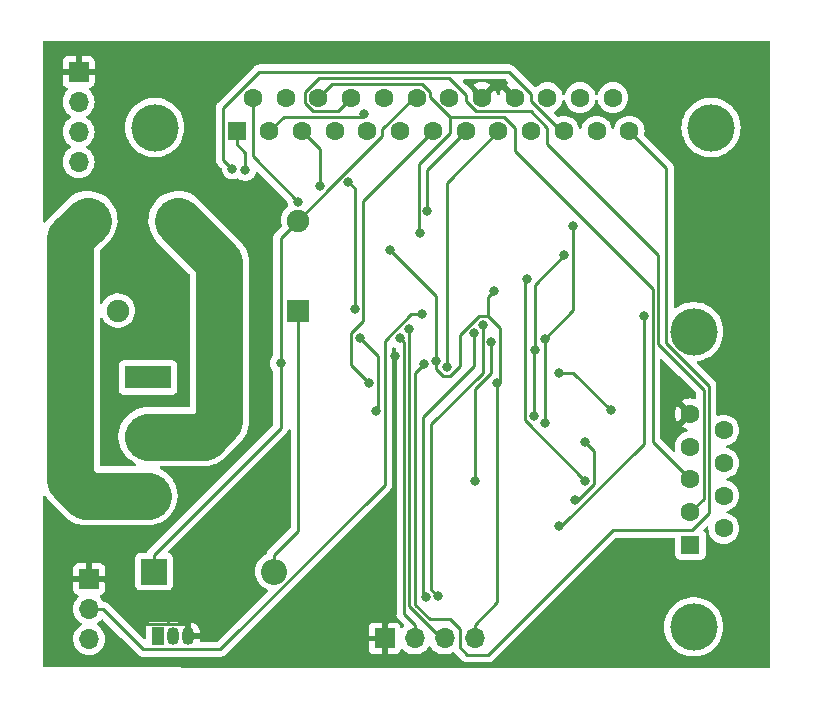
<source format=gbr>
%TF.GenerationSoftware,KiCad,Pcbnew,7.0.1*%
%TF.CreationDate,2023-06-01T09:44:18-03:00*%
%TF.ProjectId,BitBangARM,42697442-616e-4674-9152-4d2e6b696361,rev?*%
%TF.SameCoordinates,Original*%
%TF.FileFunction,Copper,L2,Bot*%
%TF.FilePolarity,Positive*%
%FSLAX46Y46*%
G04 Gerber Fmt 4.6, Leading zero omitted, Abs format (unit mm)*
G04 Created by KiCad (PCBNEW 7.0.1) date 2023-06-01 09:44:18*
%MOMM*%
%LPD*%
G01*
G04 APERTURE LIST*
%TA.AperFunction,ComponentPad*%
%ADD10R,1.700000X1.700000*%
%TD*%
%TA.AperFunction,ComponentPad*%
%ADD11O,1.700000X1.700000*%
%TD*%
%TA.AperFunction,ComponentPad*%
%ADD12R,3.960000X1.980000*%
%TD*%
%TA.AperFunction,ComponentPad*%
%ADD13O,3.960000X1.980000*%
%TD*%
%TA.AperFunction,ComponentPad*%
%ADD14C,4.000000*%
%TD*%
%TA.AperFunction,ComponentPad*%
%ADD15R,1.600000X1.600000*%
%TD*%
%TA.AperFunction,ComponentPad*%
%ADD16C,1.600000*%
%TD*%
%TA.AperFunction,ComponentPad*%
%ADD17R,1.050000X1.500000*%
%TD*%
%TA.AperFunction,ComponentPad*%
%ADD18O,1.050000X1.500000*%
%TD*%
%TA.AperFunction,ComponentPad*%
%ADD19R,2.200000X2.200000*%
%TD*%
%TA.AperFunction,ComponentPad*%
%ADD20O,2.200000X2.200000*%
%TD*%
%TA.AperFunction,ComponentPad*%
%ADD21R,1.899999X1.899999*%
%TD*%
%TA.AperFunction,ComponentPad*%
%ADD22C,1.899999*%
%TD*%
%TA.AperFunction,ViaPad*%
%ADD23C,0.800000*%
%TD*%
%TA.AperFunction,Conductor*%
%ADD24C,0.250000*%
%TD*%
%TA.AperFunction,Conductor*%
%ADD25C,4.000000*%
%TD*%
G04 APERTURE END LIST*
D10*
%TO.P,J7,1,Pin_1*%
%TO.N,GND*%
X147866500Y-126664100D03*
D11*
%TO.P,J7,2,Pin_2*%
%TO.N,/USART1_RX*%
X150406500Y-126664100D03*
%TO.P,J7,3,Pin_3*%
%TO.N,/USART1_TX*%
X152946500Y-126664100D03*
%TO.P,J7,4,Pin_4*%
%TO.N,/3V3_ARM*%
X155486500Y-126664100D03*
%TD*%
D12*
%TO.P,J3,1,Pin_1*%
%TO.N,Net-(J3-Pin_1)*%
X127836500Y-104566100D03*
D13*
%TO.P,J3,2,Pin_2*%
%TO.N,Net-(J3-Pin_2)*%
X127836500Y-109566100D03*
%TO.P,J3,3,Pin_3*%
%TO.N,Net-(J3-Pin_3)*%
X127836500Y-114566100D03*
%TD*%
D10*
%TO.P,J5,1,Pin_1*%
%TO.N,GND*%
X121961500Y-78684100D03*
D11*
%TO.P,J5,2,Pin_2*%
%TO.N,/SWCLK*%
X121961500Y-81224100D03*
%TO.P,J5,3,Pin_3*%
%TO.N,/SWIO*%
X121961500Y-83764100D03*
%TO.P,J5,4,Pin_4*%
%TO.N,/3V3_ARM*%
X121961500Y-86304100D03*
%TD*%
D14*
%TO.P,J4,0*%
%TO.N,N/C*%
X174046500Y-125684100D03*
X174046500Y-100684100D03*
D15*
%TO.P,J4,1,Pin_1*%
%TO.N,unconnected-(J4-Pin_1-Pad1)*%
X173746500Y-118724100D03*
D16*
%TO.P,J4,2,Pin_2*%
%TO.N,/TXP*%
X173746500Y-115954100D03*
%TO.P,J4,3,Pin_3*%
%TO.N,/RXP*%
X173746500Y-113184100D03*
%TO.P,J4,4,Pin_4*%
%TO.N,unconnected-(J4-Pin_4-Pad4)*%
X173746500Y-110414100D03*
%TO.P,J4,5,Pin_5*%
%TO.N,GND*%
X173746500Y-107644100D03*
%TO.P,J4,6,Pin_6*%
%TO.N,unconnected-(J4-Pin_6-Pad6)*%
X176586500Y-117339100D03*
%TO.P,J4,7,Pin_7*%
%TO.N,unconnected-(J4-Pin_7-Pad7)*%
X176586500Y-114569100D03*
%TO.P,J4,8,Pin_8*%
%TO.N,unconnected-(J4-Pin_8-Pad8)*%
X176586500Y-111799100D03*
%TO.P,J4,9,Pin_9*%
%TO.N,unconnected-(J4-Pin_9-Pad9)*%
X176586500Y-109029100D03*
%TD*%
D17*
%TO.P,Q1,1,C*%
%TO.N,/RELE_SW_PIN*%
X128696500Y-126489100D03*
D18*
%TO.P,Q1,2,B*%
%TO.N,Net-(Q1-B)*%
X129966500Y-126489100D03*
%TO.P,Q1,3,E*%
%TO.N,GND*%
X131236500Y-126489100D03*
%TD*%
D19*
%TO.P,D2,1,K*%
%TO.N,/5V*%
X128344500Y-120996100D03*
D20*
%TO.P,D2,2,A*%
%TO.N,/RELE_SW_PIN*%
X138504500Y-120996100D03*
%TD*%
D14*
%TO.P,J2,0*%
%TO.N,N/C*%
X175511500Y-83404100D03*
X128411500Y-83404100D03*
D15*
%TO.P,J2,1,Pin_1*%
%TO.N,/HELP_BUTTON*%
X135341500Y-83704100D03*
D16*
%TO.P,J2,2,Pin_2*%
%TO.N,/CHG_BET_BUTTON*%
X138111500Y-83704100D03*
%TO.P,J2,3,Pin_3*%
%TO.N,/MAX_BET_BUTTON*%
X140881500Y-83704100D03*
%TO.P,J2,4,Pin_4*%
%TO.N,/DOBRA_BUTTON*%
X143651500Y-83704100D03*
%TO.P,J2,5,Pin_5*%
%TO.N,/PLAY_BUTTON*%
X146421500Y-83704100D03*
%TO.P,J2,6,Pin_6*%
%TO.N,/LINE_1_BUTTON*%
X149191500Y-83704100D03*
%TO.P,J2,7,Pin_7*%
%TO.N,/LINE_5_BUTTON*%
X151961500Y-83704100D03*
%TO.P,J2,8,Pin_8*%
%TO.N,/LINE_9_BUTTON*%
X154731500Y-83704100D03*
%TO.P,J2,9,Pin_9*%
%TO.N,/LINE_15_BUTTON*%
X157501500Y-83704100D03*
%TO.P,J2,10,Pin_10*%
%TO.N,/LINE_20_BUTTON*%
X160271500Y-83704100D03*
%TO.P,J2,11,Pin_11*%
%TO.N,/RESERVADO_BUTTON*%
X163041500Y-83704100D03*
%TO.P,J2,12,Pin_12*%
%TO.N,unconnected-(J2-Pin_12-Pad12)*%
X165811500Y-83704100D03*
%TO.P,J2,13,Pin_13*%
%TO.N,/INIB_NOTE_PIN*%
X168581500Y-83704100D03*
%TO.P,J2,14,Pin_14*%
%TO.N,/BILL_PULSE_PIN*%
X136726500Y-80864100D03*
%TO.P,J2,15,Pin_15*%
%TO.N,unconnected-(J2-Pin_15-Pad15)*%
X139496500Y-80864100D03*
%TO.P,J2,16,Pin_16*%
%TO.N,/RXP*%
X142266500Y-80864100D03*
%TO.P,J2,17,Pin_17*%
%TO.N,/TXP*%
X145036500Y-80864100D03*
%TO.P,J2,18,Pin_18*%
%TO.N,unconnected-(J2-Pin_18-Pad18)*%
X147806500Y-80864100D03*
%TO.P,J2,19,Pin_19*%
%TO.N,/5V*%
X150576500Y-80864100D03*
%TO.P,J2,20,Pin_20*%
%TO.N,GND*%
X153346500Y-80864100D03*
%TO.P,J2,21,Pin_21*%
X156116500Y-80864100D03*
%TO.P,J2,22,Pin_22*%
X158886500Y-80864100D03*
%TO.P,J2,23,Pin_23*%
%TO.N,unconnected-(J2-Pin_23-Pad23)*%
X161656500Y-80864100D03*
%TO.P,J2,24,Pin_24*%
%TO.N,unconnected-(J2-Pin_24-Pad24)*%
X164426500Y-80864100D03*
%TO.P,J2,25,Pin_25*%
%TO.N,unconnected-(J2-Pin_25-Pad25)*%
X167196500Y-80864100D03*
%TD*%
D21*
%TO.P,K1,1,1*%
%TO.N,/RELE_SW_PIN*%
X140536500Y-98898100D03*
D22*
%TO.P,K1,2,NC*%
%TO.N,Net-(J3-Pin_1)*%
X125296500Y-98898100D03*
%TO.P,K1,3,NO*%
%TO.N,Net-(J3-Pin_3)*%
X122756500Y-91278100D03*
%TO.P,K1,4,COM*%
%TO.N,Net-(J3-Pin_2)*%
X130376500Y-91278100D03*
%TO.P,K1,5,5*%
%TO.N,/5V*%
X140536500Y-91278100D03*
%TD*%
D10*
%TO.P,JP2,1,A*%
%TO.N,GND*%
X122861500Y-121639100D03*
D11*
%TO.P,JP2,2,C*%
%TO.N,/MODO_PIN*%
X122861500Y-124179100D03*
%TO.P,JP2,3,B*%
%TO.N,Net-(JP2-B)*%
X122861500Y-126719100D03*
%TD*%
D23*
%TO.N,/LED2*%
X155442900Y-100830000D03*
X151361500Y-123114100D03*
%TO.N,/LED1*%
X156216000Y-100111500D03*
X152360638Y-123087096D03*
%TO.N,/USART1_RX*%
X149141900Y-101217700D03*
%TO.N,/USART1_TX*%
X149950500Y-100442900D03*
%TO.N,Net-(U3-PD1)*%
X156885700Y-101546000D03*
X155542000Y-113357100D03*
%TO.N,Net-(U3-PC15)*%
X163832600Y-91763000D03*
X161410500Y-101286400D03*
X161410500Y-108383800D03*
%TO.N,Net-(U3-PC14)*%
X163094400Y-94227700D03*
X160564200Y-102239100D03*
X160497200Y-107822000D03*
%TO.N,/USBDP*%
X145786800Y-101190500D03*
X147161000Y-107445000D03*
%TO.N,/USBDM*%
X162642400Y-104189400D03*
X167018800Y-107362500D03*
%TO.N,/MODO_PIN*%
X151011400Y-99206200D03*
%TO.N,/STATE_SW*%
X159916100Y-96239100D03*
X164858300Y-113327600D03*
%TO.N,/RXP*%
X150838800Y-92342300D03*
%TO.N,/BILL_PULSE_PIN*%
X140544300Y-89673700D03*
%TO.N,/INIB_NOTE_PIN*%
X151180500Y-103467700D03*
%TO.N,/RESERVADO_BUTTON*%
X134977900Y-86887900D03*
%TO.N,/LINE_15_BUTTON*%
X153118100Y-103694800D03*
%TO.N,/LINE_9_BUTTON*%
X151475200Y-90508100D03*
%TO.N,/LINE_5_BUTTON*%
X146585100Y-105071100D03*
%TO.N,/DOBRA_BUTTON*%
X144778700Y-88002000D03*
X145333000Y-98765900D03*
%TO.N,/MAX_BET_BUTTON*%
X142359100Y-88389700D03*
%TO.N,/CHG_BET_BUTTON*%
X146116700Y-82284100D03*
%TO.N,/HELP_BUTTON*%
X136060500Y-87022100D03*
%TO.N,Net-(J1-D+)*%
X164878600Y-110057400D03*
X164018800Y-114946400D03*
%TO.N,/3V3_ARM*%
X157398800Y-105051900D03*
X157137100Y-97239100D03*
X148328000Y-93805800D03*
X152189000Y-103206800D03*
%TO.N,/5V*%
X139059700Y-103366000D03*
%TO.N,Net-(J1-VBUS)*%
X169832900Y-99348300D03*
X162661500Y-117160300D03*
%TO.N,GND*%
X148731600Y-102739100D03*
%TD*%
D24*
%TO.N,/LED1*%
X156158800Y-101217800D02*
X156216000Y-101160600D01*
X151827200Y-108533500D02*
X156158800Y-104201900D01*
X156216000Y-101160600D02*
X156216000Y-100111500D01*
X151827200Y-122553658D02*
X151827200Y-108533500D01*
X152360638Y-123087096D02*
X151827200Y-122553658D01*
X156158800Y-104201900D02*
X156158800Y-101217800D01*
%TO.N,/LED2*%
X155442900Y-103566300D02*
X155442900Y-100830000D01*
X151100200Y-122852800D02*
X151100200Y-107909000D01*
X151361500Y-123114100D02*
X151100200Y-122852800D01*
X151100200Y-107909000D02*
X155442900Y-103566300D01*
%TO.N,/INIB_NOTE_PIN*%
X150464800Y-104183400D02*
X151180500Y-103467700D01*
X150464800Y-123831004D02*
X150464800Y-104183400D01*
X151672896Y-125039100D02*
X150464800Y-123831004D01*
X153386500Y-125039100D02*
X151672896Y-125039100D01*
X154216500Y-125869100D02*
X153386500Y-125039100D01*
X154216500Y-127394100D02*
X154216500Y-125869100D01*
X154886500Y-128064100D02*
X154216500Y-127394100D01*
X156611500Y-128064100D02*
X154886500Y-128064100D01*
X167177200Y-117498400D02*
X156611500Y-128064100D01*
X173881700Y-117498400D02*
X167177200Y-117498400D01*
X175343400Y-105272200D02*
X175343400Y-116036700D01*
X175343400Y-116036700D02*
X173881700Y-117498400D01*
X171719600Y-101648400D02*
X175343400Y-105272200D01*
X168581500Y-83704100D02*
X171719600Y-86842200D01*
X171719600Y-86842200D02*
X171719600Y-101648400D01*
%TO.N,/USART1_TX*%
X149950500Y-123953100D02*
X149950500Y-100442900D01*
X152946500Y-126664100D02*
X152661500Y-126664100D01*
X152661500Y-126664100D02*
X149950500Y-123953100D01*
%TO.N,/USART1_RX*%
X150406500Y-126664100D02*
X150406500Y-125487200D01*
X149475600Y-124556300D02*
X150406500Y-125487200D01*
X149475600Y-101551400D02*
X149475600Y-124556300D01*
X149141900Y-101217700D02*
X149475600Y-101551400D01*
%TO.N,Net-(U3-PD1)*%
X155542000Y-105556800D02*
X155542000Y-113357100D01*
X156885700Y-104213100D02*
X155542000Y-105556800D01*
X156885700Y-101546000D02*
X156885700Y-104213100D01*
%TO.N,Net-(U3-PC15)*%
X163832600Y-98864300D02*
X161410500Y-101286400D01*
X163832600Y-91763000D02*
X163832600Y-98864300D01*
X161410500Y-101286400D02*
X161410500Y-108383800D01*
%TO.N,Net-(U3-PC14)*%
X160564200Y-96757900D02*
X163094400Y-94227700D01*
X160564200Y-102239100D02*
X160564200Y-96757900D01*
X160497200Y-102306100D02*
X160564200Y-102239100D01*
X160497200Y-107822000D02*
X160497200Y-102306100D01*
%TO.N,/USBDP*%
X147312000Y-107294000D02*
X147161000Y-107445000D01*
X147312000Y-102715700D02*
X147312000Y-107294000D01*
X145786800Y-101190500D02*
X147312000Y-102715700D01*
%TO.N,/USBDM*%
X163845700Y-104189400D02*
X162642400Y-104189400D01*
X167018800Y-107362500D02*
X163845700Y-104189400D01*
%TO.N,/MODO_PIN*%
X122861500Y-124179100D02*
X124038400Y-124179100D01*
X150123100Y-99206200D02*
X151011400Y-99206200D01*
X147887900Y-101441400D02*
X150123100Y-99206200D01*
X147887900Y-113642600D02*
X147887900Y-101441400D01*
X133933800Y-127596700D02*
X147887900Y-113642600D01*
X127456000Y-127596700D02*
X133933800Y-127596700D01*
X124038400Y-124179100D02*
X127456000Y-127596700D01*
%TO.N,/STATE_SW*%
X159730200Y-108199500D02*
X164858300Y-113327600D01*
X159730200Y-96425000D02*
X159730200Y-108199500D01*
X159916100Y-96239100D02*
X159730200Y-96425000D01*
%TO.N,Net-(J3-Pin_3)*%
X122009000Y-92025600D02*
X122756500Y-91278100D01*
X127836400Y-114566000D02*
X127836500Y-114566100D01*
X127836000Y-114566000D02*
X127836400Y-114566000D01*
%TO.N,Net-(J3-Pin_2)*%
X130376500Y-91278100D02*
X130376300Y-91278300D01*
X127836600Y-109566000D02*
X127836500Y-109566100D01*
%TO.N,/TXP*%
X174881700Y-114818900D02*
X173746500Y-115954100D01*
X174881700Y-105610500D02*
X174881700Y-114818900D01*
X171011800Y-101740600D02*
X174881700Y-105610500D01*
X171011800Y-94184800D02*
X171011800Y-101740600D01*
X161656500Y-84829500D02*
X171011800Y-94184800D01*
X161656500Y-83417900D02*
X161656500Y-84829500D01*
X160272900Y-82034300D02*
X161656500Y-83417900D01*
X155629900Y-82034300D02*
X160272900Y-82034300D01*
X154731500Y-81135900D02*
X155629900Y-82034300D01*
X154731500Y-80623800D02*
X154731500Y-81135900D01*
X153301600Y-79193900D02*
X154731500Y-80623800D01*
X142319000Y-79193900D02*
X153301600Y-79193900D01*
X141121100Y-80391800D02*
X142319000Y-79193900D01*
X141121100Y-81362000D02*
X141121100Y-80391800D01*
X141772600Y-82013500D02*
X141121100Y-81362000D01*
X143887100Y-82013500D02*
X141772600Y-82013500D01*
X145036500Y-80864100D02*
X143887100Y-82013500D01*
%TO.N,/RXP*%
X150748300Y-92251800D02*
X150838800Y-92342300D01*
X150748300Y-86511000D02*
X150748300Y-92251800D01*
X153381100Y-83878200D02*
X150748300Y-86511000D01*
X153381100Y-82529800D02*
X153381100Y-83878200D01*
X151707800Y-80856500D02*
X153381100Y-82529800D01*
X151707800Y-80393000D02*
X151707800Y-80856500D01*
X151008900Y-79694100D02*
X151707800Y-80393000D01*
X143436500Y-79694100D02*
X151008900Y-79694100D01*
X142266500Y-80864100D02*
X143436500Y-79694100D01*
X170559900Y-109997500D02*
X173746500Y-113184100D01*
X170559900Y-97070700D02*
X170559900Y-109997500D01*
X158886500Y-85397300D02*
X170559900Y-97070700D01*
X158886500Y-83450400D02*
X158886500Y-85397300D01*
X157965900Y-82529800D02*
X158886500Y-83450400D01*
X153381100Y-82529800D02*
X157965900Y-82529800D01*
%TO.N,/BILL_PULSE_PIN*%
X136726500Y-85855900D02*
X140544300Y-89673700D01*
X136726500Y-80864100D02*
X136726500Y-85855900D01*
%TO.N,/RESERVADO_BUTTON*%
X134214600Y-86124600D02*
X134977900Y-86887900D01*
X134214600Y-81739600D02*
X134214600Y-86124600D01*
X137262000Y-78692200D02*
X134214600Y-81739600D01*
X158375300Y-78692200D02*
X137262000Y-78692200D01*
X160271500Y-80588400D02*
X158375300Y-78692200D01*
X160271500Y-81157200D02*
X160271500Y-80588400D01*
X162818400Y-83704100D02*
X160271500Y-81157200D01*
X163041500Y-83704100D02*
X162818400Y-83704100D01*
%TO.N,/LINE_15_BUTTON*%
X153118100Y-88087500D02*
X153118100Y-103694800D01*
X157501500Y-83704100D02*
X153118100Y-88087500D01*
%TO.N,/LINE_9_BUTTON*%
X151475200Y-86960400D02*
X151475200Y-90508100D01*
X154731500Y-83704100D02*
X151475200Y-86960400D01*
%TO.N,/LINE_5_BUTTON*%
X145046900Y-103532900D02*
X146585100Y-105071100D01*
X145046900Y-100841800D02*
X145046900Y-103532900D01*
X146061600Y-99827100D02*
X145046900Y-100841800D01*
X146061600Y-89604000D02*
X146061600Y-99827100D01*
X151961500Y-83704100D02*
X146061600Y-89604000D01*
%TO.N,/DOBRA_BUTTON*%
X145333000Y-88556300D02*
X145333000Y-98765900D01*
X144778700Y-88002000D02*
X145333000Y-88556300D01*
%TO.N,/MAX_BET_BUTTON*%
X142359100Y-85181700D02*
X142359100Y-88389700D01*
X140881500Y-83704100D02*
X142359100Y-85181700D01*
%TO.N,/CHG_BET_BUTTON*%
X145911400Y-82489400D02*
X146116700Y-82284100D01*
X139326200Y-82489400D02*
X145911400Y-82489400D01*
X138111500Y-83704100D02*
X139326200Y-82489400D01*
%TO.N,/HELP_BUTTON*%
X135341500Y-83704100D02*
X135341500Y-84831000D01*
X136060500Y-85550000D02*
X136060500Y-87022100D01*
X135341500Y-84831000D02*
X136060500Y-85550000D01*
%TO.N,Net-(J1-D+)*%
X165613100Y-110791900D02*
X164878600Y-110057400D01*
X165613100Y-113610900D02*
X165613100Y-110791900D01*
X164277600Y-114946400D02*
X165613100Y-113610900D01*
X164018800Y-114946400D02*
X164277600Y-114946400D01*
%TO.N,/RELE_SW_PIN*%
X138504500Y-120996100D02*
X138504500Y-119569200D01*
X140536500Y-117537200D02*
X138504500Y-119569200D01*
X140536500Y-98898100D02*
X140536500Y-117537200D01*
%TO.N,/3V3_ARM*%
X155486500Y-126664100D02*
X155486500Y-125487200D01*
X156597600Y-97778600D02*
X157137100Y-97239100D01*
X156597600Y-99380200D02*
X156597600Y-97778600D01*
X157398800Y-123574900D02*
X157398800Y-105051900D01*
X155486500Y-125487200D02*
X157398800Y-123574900D01*
X157624000Y-100406600D02*
X156597600Y-99380200D01*
X157624000Y-104826700D02*
X157624000Y-100406600D01*
X157398800Y-105051900D02*
X157624000Y-104826700D01*
X152188900Y-103206800D02*
X152189000Y-103206800D01*
X152188900Y-97666700D02*
X152188900Y-103206800D01*
X148328000Y-93805800D02*
X152188900Y-97666700D01*
X155835300Y-99380200D02*
X156597600Y-99380200D01*
X154238400Y-100977100D02*
X155835300Y-99380200D01*
X154238400Y-103605500D02*
X154238400Y-100977100D01*
X153422200Y-104421700D02*
X154238400Y-103605500D01*
X152776200Y-104421700D02*
X153422200Y-104421700D01*
X152189000Y-103834500D02*
X152776200Y-104421700D01*
X152189000Y-103206800D02*
X152189000Y-103834500D01*
%TO.N,/5V*%
X128344500Y-120996100D02*
X128344500Y-119569200D01*
X139059700Y-108854000D02*
X139059700Y-103366000D01*
X128344500Y-119569200D02*
X139059700Y-108854000D01*
X139059700Y-92754900D02*
X140536500Y-91278100D01*
X139059700Y-103366000D02*
X139059700Y-92754900D01*
X143252400Y-88562200D02*
X140536500Y-91278100D01*
X143252400Y-88485600D02*
X143252400Y-88562200D01*
X147647200Y-84090800D02*
X143252400Y-88485600D01*
X147647200Y-83556300D02*
X147647200Y-84090800D01*
X150339400Y-80864100D02*
X147647200Y-83556300D01*
X150576500Y-80864100D02*
X150339400Y-80864100D01*
%TO.N,Net-(J1-VBUS)*%
X169832900Y-110160300D02*
X169832900Y-99348300D01*
X162832900Y-117160300D02*
X169832900Y-110160300D01*
X162661500Y-117160300D02*
X162832900Y-117160300D01*
%TO.N,GND*%
X147866500Y-126664100D02*
X147866500Y-125487200D01*
X148731600Y-124622100D02*
X148731600Y-102739100D01*
X147866500Y-125487200D02*
X148731600Y-124622100D01*
X127811500Y-125412200D02*
X131236500Y-125412200D01*
X124038400Y-121639100D02*
X127811500Y-125412200D01*
X122861500Y-121639100D02*
X124038400Y-121639100D01*
X131236500Y-126489100D02*
X131236500Y-125412200D01*
D25*
%TO.N,Net-(J3-Pin_2)*%
X132559500Y-109566100D02*
X133886500Y-108239100D01*
X127836500Y-109566100D02*
X132559500Y-109566100D01*
X133886500Y-94788100D02*
X130376500Y-91278100D01*
X133886500Y-108239100D02*
X133886500Y-94788100D01*
%TO.N,Net-(J3-Pin_3)*%
X127836500Y-114566100D02*
X122588500Y-114566100D01*
X121261500Y-113239100D02*
X121261500Y-92773100D01*
X121261500Y-92773100D02*
X122756500Y-91278100D01*
X122588500Y-114566100D02*
X121261500Y-113239100D01*
%TD*%
%TA.AperFunction,Conductor*%
%TO.N,GND*%
G36*
X171347718Y-102980221D02*
G01*
X171397080Y-103010470D01*
X172829099Y-104442490D01*
X174219881Y-105833272D01*
X174246761Y-105873500D01*
X174256200Y-105920953D01*
X174256200Y-106273214D01*
X174243412Y-106328058D01*
X174207686Y-106371590D01*
X174156391Y-106394831D01*
X174100106Y-106392989D01*
X173973102Y-106358958D01*
X173746500Y-106339133D01*
X173519897Y-106358958D01*
X173300172Y-106417833D01*
X173094016Y-106513965D01*
X173021026Y-106565073D01*
X174012371Y-107556418D01*
X174044465Y-107612005D01*
X174044465Y-107676193D01*
X174012371Y-107731780D01*
X173021026Y-108723125D01*
X173021026Y-108723126D01*
X173094015Y-108774233D01*
X173300173Y-108870366D01*
X173444601Y-108909066D01*
X173500188Y-108941160D01*
X173532282Y-108996747D01*
X173532282Y-109060934D01*
X173500188Y-109116522D01*
X173444601Y-109148616D01*
X173300002Y-109187361D01*
X173093764Y-109283532D01*
X172907359Y-109414053D01*
X172746453Y-109574959D01*
X172615932Y-109761364D01*
X172519761Y-109967602D01*
X172460864Y-110187410D01*
X172441031Y-110414100D01*
X172460864Y-110640791D01*
X172477647Y-110703426D01*
X172477647Y-110767613D01*
X172445553Y-110823200D01*
X172389965Y-110855294D01*
X172325778Y-110855294D01*
X172270191Y-110823200D01*
X171221719Y-109774728D01*
X171194839Y-109734500D01*
X171185400Y-109687047D01*
X171185400Y-107644100D01*
X172441533Y-107644100D01*
X172461358Y-107870702D01*
X172520233Y-108090426D01*
X172616366Y-108296584D01*
X172667472Y-108369571D01*
X172667474Y-108369572D01*
X173392946Y-107644101D01*
X173392946Y-107644100D01*
X172667473Y-106918626D01*
X172667473Y-106918627D01*
X172616365Y-106991616D01*
X172520233Y-107197772D01*
X172461358Y-107417497D01*
X172441533Y-107644100D01*
X171185400Y-107644100D01*
X171185400Y-103098152D01*
X171198915Y-103041857D01*
X171236515Y-102997834D01*
X171290002Y-102975679D01*
X171347718Y-102980221D01*
G37*
%TD.AperFunction*%
%TA.AperFunction,Conductor*%
G36*
X156096463Y-79333423D02*
G01*
X156116500Y-79352604D01*
X156136537Y-79333423D01*
X156196969Y-79317700D01*
X158064848Y-79317700D01*
X158112301Y-79327139D01*
X158152529Y-79354019D01*
X158312339Y-79513829D01*
X158342919Y-79564222D01*
X158346774Y-79623041D01*
X158323035Y-79676995D01*
X158277064Y-79713891D01*
X158234019Y-79733963D01*
X158161027Y-79785073D01*
X159152372Y-80776418D01*
X159184466Y-80832005D01*
X159184466Y-80896193D01*
X159152372Y-80951780D01*
X158974180Y-81129972D01*
X158918593Y-81162066D01*
X158854405Y-81162066D01*
X158798818Y-81129972D01*
X157807473Y-80138627D01*
X157756365Y-80211616D01*
X157660233Y-80417773D01*
X157621275Y-80563167D01*
X157589181Y-80618754D01*
X157533593Y-80650848D01*
X157469407Y-80650848D01*
X157413819Y-80618754D01*
X157381725Y-80563167D01*
X157342766Y-80417773D01*
X157246633Y-80211615D01*
X157195525Y-80138626D01*
X156204180Y-81129972D01*
X156148593Y-81162066D01*
X156084405Y-81162066D01*
X156028818Y-81129972D01*
X155348135Y-80449289D01*
X155316740Y-80396203D01*
X155310119Y-80373414D01*
X155310118Y-80373410D01*
X155299914Y-80356155D01*
X155291361Y-80338695D01*
X155283986Y-80320069D01*
X155283986Y-80320068D01*
X155258308Y-80284725D01*
X155251901Y-80274971D01*
X155229669Y-80237379D01*
X155215506Y-80223216D01*
X155202867Y-80208417D01*
X155191095Y-80192213D01*
X155157441Y-80164373D01*
X155148799Y-80156509D01*
X154777364Y-79785073D01*
X155391026Y-79785073D01*
X156116500Y-80510546D01*
X156116501Y-80510546D01*
X156841972Y-79785074D01*
X156841971Y-79785072D01*
X156768984Y-79733966D01*
X156562826Y-79637833D01*
X156343102Y-79578958D01*
X156186162Y-79565228D01*
X156127330Y-79544299D01*
X156116500Y-79531949D01*
X156105670Y-79544299D01*
X156046838Y-79565228D01*
X155889897Y-79578958D01*
X155670172Y-79637833D01*
X155464016Y-79733965D01*
X155391027Y-79785073D01*
X155391026Y-79785073D01*
X154777364Y-79785073D01*
X154521672Y-79529381D01*
X154491422Y-79480018D01*
X154486880Y-79422302D01*
X154509035Y-79368815D01*
X154553058Y-79331215D01*
X154609353Y-79317700D01*
X156036031Y-79317700D01*
X156096463Y-79333423D01*
G37*
%TD.AperFunction*%
%TA.AperFunction,Conductor*%
G36*
X180474500Y-76055713D02*
G01*
X180519887Y-76101100D01*
X180536500Y-76163100D01*
X180536500Y-128999600D01*
X180519887Y-129061600D01*
X180474500Y-129106987D01*
X180412500Y-129123600D01*
X142360000Y-129123600D01*
X119085391Y-129114150D01*
X119023429Y-129097530D01*
X118978065Y-129052169D01*
X118961441Y-128990210D01*
X118960371Y-126719100D01*
X121505840Y-126719100D01*
X121526436Y-126954507D01*
X121537298Y-126995044D01*
X121587597Y-127182763D01*
X121687465Y-127396930D01*
X121823005Y-127590501D01*
X121990099Y-127757595D01*
X122183670Y-127893135D01*
X122397837Y-127993003D01*
X122626092Y-128054163D01*
X122861500Y-128074759D01*
X123096908Y-128054163D01*
X123325163Y-127993003D01*
X123539330Y-127893135D01*
X123732901Y-127757595D01*
X123899995Y-127590501D01*
X124035535Y-127396930D01*
X124135403Y-127182763D01*
X124196563Y-126954508D01*
X124217159Y-126719100D01*
X124209166Y-126627747D01*
X124196563Y-126483692D01*
X124177916Y-126414100D01*
X124135403Y-126255437D01*
X124035535Y-126041271D01*
X123899995Y-125847699D01*
X123732901Y-125680605D01*
X123547339Y-125550673D01*
X123508474Y-125506355D01*
X123494464Y-125449099D01*
X123508475Y-125391842D01*
X123547337Y-125347528D01*
X123732901Y-125217595D01*
X123874921Y-125075574D01*
X123930509Y-125043480D01*
X123994697Y-125043480D01*
X124050283Y-125075573D01*
X125581119Y-126606410D01*
X126955196Y-127980487D01*
X126968096Y-127996588D01*
X127019223Y-128044600D01*
X127022020Y-128047311D01*
X127041529Y-128066820D01*
X127044711Y-128069288D01*
X127053571Y-128076855D01*
X127085418Y-128106762D01*
X127102970Y-128116411D01*
X127119238Y-128127097D01*
X127135064Y-128139373D01*
X127175146Y-128156717D01*
X127185633Y-128161855D01*
X127223907Y-128182897D01*
X127232410Y-128185079D01*
X127243308Y-128187878D01*
X127261713Y-128194178D01*
X127280104Y-128202137D01*
X127323250Y-128208970D01*
X127334668Y-128211335D01*
X127376981Y-128222200D01*
X127397016Y-128222200D01*
X127416415Y-128223727D01*
X127436196Y-128226860D01*
X127479674Y-128222750D01*
X127491344Y-128222200D01*
X133851056Y-128222200D01*
X133871562Y-128224464D01*
X133874465Y-128224372D01*
X133874467Y-128224373D01*
X133941672Y-128222261D01*
X133945568Y-128222200D01*
X133973149Y-128222200D01*
X133973150Y-128222200D01*
X133977119Y-128221698D01*
X133988765Y-128220780D01*
X134032427Y-128219409D01*
X134051659Y-128213820D01*
X134070718Y-128209874D01*
X134077899Y-128208967D01*
X134090592Y-128207364D01*
X134131207Y-128191282D01*
X134142244Y-128187503D01*
X134184190Y-128175318D01*
X134201429Y-128165122D01*
X134218902Y-128156562D01*
X134237532Y-128149186D01*
X134272864Y-128123514D01*
X134282630Y-128117100D01*
X134320218Y-128094871D01*
X134320217Y-128094871D01*
X134320220Y-128094870D01*
X134334385Y-128080704D01*
X134349173Y-128068073D01*
X134365387Y-128056294D01*
X134393238Y-128022626D01*
X134401079Y-128014009D01*
X135500988Y-126914100D01*
X146516500Y-126914100D01*
X146516500Y-127561924D01*
X146522902Y-127621475D01*
X146573147Y-127756189D01*
X146659311Y-127871288D01*
X146774410Y-127957452D01*
X146909124Y-128007697D01*
X146968676Y-128014100D01*
X147616500Y-128014100D01*
X147616500Y-126914100D01*
X146516500Y-126914100D01*
X135500988Y-126914100D01*
X136000988Y-126414100D01*
X146516500Y-126414100D01*
X147616500Y-126414100D01*
X147616500Y-125314100D01*
X146968676Y-125314100D01*
X146909124Y-125320502D01*
X146774410Y-125370747D01*
X146659311Y-125456911D01*
X146573147Y-125572010D01*
X146522902Y-125706724D01*
X146516500Y-125766276D01*
X146516500Y-126414100D01*
X136000988Y-126414100D01*
X148271689Y-114143400D01*
X148287785Y-114130506D01*
X148289773Y-114128387D01*
X148289777Y-114128386D01*
X148335848Y-114079323D01*
X148338466Y-114076623D01*
X148358020Y-114057071D01*
X148360481Y-114053898D01*
X148368056Y-114045027D01*
X148397962Y-114013182D01*
X148407617Y-113995618D01*
X148418294Y-113979364D01*
X148430573Y-113963536D01*
X148447918Y-113923452D01*
X148453060Y-113912956D01*
X148460375Y-113899651D01*
X148474097Y-113874692D01*
X148479079Y-113855284D01*
X148485381Y-113836880D01*
X148493337Y-113818496D01*
X148500169Y-113775352D01*
X148502533Y-113763938D01*
X148513400Y-113721619D01*
X148513400Y-113701584D01*
X148514927Y-113682185D01*
X148514968Y-113681921D01*
X148518060Y-113662404D01*
X148513950Y-113618925D01*
X148513400Y-113607256D01*
X148513400Y-102114536D01*
X148528427Y-102055368D01*
X148569865Y-102010540D01*
X148627672Y-101990918D01*
X148687837Y-102001257D01*
X148689168Y-102001849D01*
X148689170Y-102001851D01*
X148776537Y-102040750D01*
X148815299Y-102067892D01*
X148841071Y-102107578D01*
X148850100Y-102154029D01*
X148850100Y-124473556D01*
X148847835Y-124494062D01*
X148850039Y-124564173D01*
X148850100Y-124568068D01*
X148850100Y-124595649D01*
X148850603Y-124599634D01*
X148851518Y-124611267D01*
X148852890Y-124654926D01*
X148858479Y-124674160D01*
X148862425Y-124693216D01*
X148864935Y-124713092D01*
X148881014Y-124753704D01*
X148884797Y-124764751D01*
X148896982Y-124806691D01*
X148907180Y-124823935D01*
X148915736Y-124841400D01*
X148923114Y-124860032D01*
X148923115Y-124860033D01*
X148948780Y-124895359D01*
X148955193Y-124905122D01*
X148977426Y-124942716D01*
X148977429Y-124942719D01*
X148977430Y-124942720D01*
X148991595Y-124956885D01*
X149004227Y-124971675D01*
X149016006Y-124987887D01*
X149049658Y-125015726D01*
X149058299Y-125023589D01*
X149510026Y-125475316D01*
X149542120Y-125530904D01*
X149542120Y-125595091D01*
X149510027Y-125650676D01*
X149457133Y-125703571D01*
X149412785Y-125747919D01*
X149360038Y-125779214D01*
X149298746Y-125781403D01*
X149243901Y-125753950D01*
X149208922Y-125703571D01*
X149159852Y-125572011D01*
X149073688Y-125456911D01*
X148958589Y-125370747D01*
X148823875Y-125320502D01*
X148764324Y-125314100D01*
X148116500Y-125314100D01*
X148116500Y-128014100D01*
X148764324Y-128014100D01*
X148823875Y-128007697D01*
X148958589Y-127957452D01*
X149073688Y-127871288D01*
X149159852Y-127756189D01*
X149208922Y-127624628D01*
X149243901Y-127574249D01*
X149298746Y-127546796D01*
X149360039Y-127548985D01*
X149412785Y-127580280D01*
X149535099Y-127702595D01*
X149728670Y-127838135D01*
X149942837Y-127938003D01*
X150171092Y-127999163D01*
X150406500Y-128019759D01*
X150641908Y-127999163D01*
X150870163Y-127938003D01*
X151084330Y-127838135D01*
X151277901Y-127702595D01*
X151444995Y-127535501D01*
X151574926Y-127349939D01*
X151619243Y-127311075D01*
X151676500Y-127297064D01*
X151733757Y-127311075D01*
X151778073Y-127349939D01*
X151908005Y-127535501D01*
X152075099Y-127702595D01*
X152268670Y-127838135D01*
X152482837Y-127938003D01*
X152711092Y-127999163D01*
X152946500Y-128019759D01*
X153181908Y-127999163D01*
X153410163Y-127938003D01*
X153624330Y-127838135D01*
X153626901Y-127836334D01*
X153676203Y-127815843D01*
X153729557Y-127817984D01*
X153777064Y-127842363D01*
X153790557Y-127853525D01*
X153799199Y-127861389D01*
X154385696Y-128447887D01*
X154398596Y-128463988D01*
X154449723Y-128512000D01*
X154452519Y-128514710D01*
X154472029Y-128534220D01*
X154475211Y-128536688D01*
X154484071Y-128544255D01*
X154515917Y-128574161D01*
X154515918Y-128574162D01*
X154533470Y-128583811D01*
X154549738Y-128594497D01*
X154565564Y-128606773D01*
X154605646Y-128624117D01*
X154616133Y-128629255D01*
X154654407Y-128650297D01*
X154662910Y-128652479D01*
X154673808Y-128655278D01*
X154692213Y-128661578D01*
X154710604Y-128669537D01*
X154753750Y-128676370D01*
X154765168Y-128678735D01*
X154807481Y-128689600D01*
X154827516Y-128689600D01*
X154846915Y-128691127D01*
X154866696Y-128694260D01*
X154910174Y-128690150D01*
X154921844Y-128689600D01*
X156528756Y-128689600D01*
X156549262Y-128691864D01*
X156552165Y-128691772D01*
X156552167Y-128691773D01*
X156619372Y-128689661D01*
X156623268Y-128689600D01*
X156650849Y-128689600D01*
X156650850Y-128689600D01*
X156654819Y-128689098D01*
X156666465Y-128688180D01*
X156710127Y-128686809D01*
X156729359Y-128681220D01*
X156748418Y-128677274D01*
X156755599Y-128676367D01*
X156768292Y-128674764D01*
X156808907Y-128658682D01*
X156819944Y-128654903D01*
X156861890Y-128642718D01*
X156879129Y-128632522D01*
X156896602Y-128623962D01*
X156915232Y-128616586D01*
X156950564Y-128590914D01*
X156960330Y-128584500D01*
X156997918Y-128562271D01*
X156997917Y-128562271D01*
X156997920Y-128562270D01*
X157012085Y-128548104D01*
X157026873Y-128535473D01*
X157043087Y-128523694D01*
X157070938Y-128490026D01*
X157078779Y-128481409D01*
X159876090Y-125684099D01*
X171541055Y-125684099D01*
X171560811Y-125998110D01*
X171619769Y-126307182D01*
X171716995Y-126606410D01*
X171716997Y-126606415D01*
X171791377Y-126764480D01*
X171850963Y-126891107D01*
X172019553Y-127156763D01*
X172220112Y-127399197D01*
X172449471Y-127614580D01*
X172704015Y-127799516D01*
X172809037Y-127857252D01*
X172979734Y-127951094D01*
X173085582Y-127993002D01*
X173272274Y-128066919D01*
X173325995Y-128080712D01*
X173577027Y-128145166D01*
X173810311Y-128174636D01*
X173889180Y-128184600D01*
X173889182Y-128184600D01*
X174203818Y-128184600D01*
X174203820Y-128184600D01*
X174277301Y-128175317D01*
X174515973Y-128145166D01*
X174820725Y-128066919D01*
X175113266Y-127951094D01*
X175388984Y-127799516D01*
X175423116Y-127774718D01*
X175643528Y-127614580D01*
X175872887Y-127399197D01*
X175872887Y-127399196D01*
X175872890Y-127399194D01*
X176073447Y-127156763D01*
X176242037Y-126891107D01*
X176376003Y-126606415D01*
X176473231Y-126307179D01*
X176532188Y-125998115D01*
X176551944Y-125684100D01*
X176532188Y-125370085D01*
X176473231Y-125061021D01*
X176470695Y-125053217D01*
X176407925Y-124860032D01*
X176376003Y-124761785D01*
X176242037Y-124477093D01*
X176073447Y-124211437D01*
X175908190Y-124011676D01*
X175872887Y-123969002D01*
X175643528Y-123753619D01*
X175388984Y-123568683D01*
X175113264Y-123417105D01*
X174820725Y-123301280D01*
X174515974Y-123223034D01*
X174203820Y-123183600D01*
X174203818Y-123183600D01*
X173889182Y-123183600D01*
X173889180Y-123183600D01*
X173577025Y-123223034D01*
X173272274Y-123301280D01*
X172979735Y-123417105D01*
X172704015Y-123568683D01*
X172449471Y-123753619D01*
X172220112Y-123969002D01*
X172019553Y-124211436D01*
X171850963Y-124477092D01*
X171716995Y-124761789D01*
X171619769Y-125061017D01*
X171560811Y-125370089D01*
X171541055Y-125684099D01*
X159876090Y-125684099D01*
X167399971Y-118160219D01*
X167440200Y-118133339D01*
X167487653Y-118123900D01*
X172322000Y-118123900D01*
X172384000Y-118140513D01*
X172429387Y-118185900D01*
X172446000Y-118247900D01*
X172446000Y-119571969D01*
X172446320Y-119574941D01*
X172452409Y-119631583D01*
X172502704Y-119766431D01*
X172588954Y-119881646D01*
X172704169Y-119967896D01*
X172839017Y-120018191D01*
X172898627Y-120024600D01*
X174594372Y-120024599D01*
X174653983Y-120018191D01*
X174788831Y-119967896D01*
X174904046Y-119881646D01*
X174990296Y-119766431D01*
X175040591Y-119631583D01*
X175047000Y-119571973D01*
X175046999Y-117876228D01*
X175040591Y-117816617D01*
X174990296Y-117681769D01*
X174904046Y-117566554D01*
X174904047Y-117566554D01*
X174904045Y-117566552D01*
X174900846Y-117564158D01*
X174858976Y-117508224D01*
X174853992Y-117438533D01*
X174887475Y-117377213D01*
X175074209Y-117190480D01*
X175125635Y-117159580D01*
X175185549Y-117156440D01*
X175239924Y-117181796D01*
X175276031Y-117229711D01*
X175285417Y-117288969D01*
X175281031Y-117339099D01*
X175300864Y-117565789D01*
X175359761Y-117785597D01*
X175455932Y-117991835D01*
X175586453Y-118178240D01*
X175747359Y-118339146D01*
X175933764Y-118469667D01*
X175933765Y-118469667D01*
X175933766Y-118469668D01*
X176140004Y-118565839D01*
X176359808Y-118624735D01*
X176586500Y-118644568D01*
X176813192Y-118624735D01*
X177032996Y-118565839D01*
X177239234Y-118469668D01*
X177425639Y-118339147D01*
X177586547Y-118178239D01*
X177717068Y-117991834D01*
X177813239Y-117785596D01*
X177872135Y-117565792D01*
X177891968Y-117339100D01*
X177872135Y-117112408D01*
X177813239Y-116892604D01*
X177717068Y-116686366D01*
X177696778Y-116657389D01*
X177586546Y-116499959D01*
X177425640Y-116339053D01*
X177239235Y-116208532D01*
X177032996Y-116112361D01*
X176889364Y-116073875D01*
X176833776Y-116041781D01*
X176801682Y-115986194D01*
X176801682Y-115922006D01*
X176833776Y-115866419D01*
X176889364Y-115834325D01*
X176904802Y-115830188D01*
X177032996Y-115795839D01*
X177239234Y-115699668D01*
X177425639Y-115569147D01*
X177586547Y-115408239D01*
X177717068Y-115221834D01*
X177813239Y-115015596D01*
X177872135Y-114795792D01*
X177891968Y-114569100D01*
X177872135Y-114342408D01*
X177813239Y-114122604D01*
X177717068Y-113916366D01*
X177714680Y-113912956D01*
X177586546Y-113729959D01*
X177425640Y-113569053D01*
X177239235Y-113438532D01*
X177032996Y-113342361D01*
X176889364Y-113303875D01*
X176833776Y-113271781D01*
X176801682Y-113216194D01*
X176801682Y-113152006D01*
X176833776Y-113096419D01*
X176889364Y-113064325D01*
X176904802Y-113060188D01*
X177032996Y-113025839D01*
X177239234Y-112929668D01*
X177425639Y-112799147D01*
X177586547Y-112638239D01*
X177717068Y-112451834D01*
X177813239Y-112245596D01*
X177872135Y-112025792D01*
X177891968Y-111799100D01*
X177888690Y-111761638D01*
X177873941Y-111593047D01*
X177872135Y-111572408D01*
X177813239Y-111352604D01*
X177717068Y-111146366D01*
X177653023Y-111054900D01*
X177586546Y-110959959D01*
X177425640Y-110799053D01*
X177239235Y-110668532D01*
X177032996Y-110572361D01*
X176889364Y-110533875D01*
X176833776Y-110501781D01*
X176801682Y-110446194D01*
X176801682Y-110382006D01*
X176833776Y-110326419D01*
X176889364Y-110294325D01*
X176904802Y-110290188D01*
X177032996Y-110255839D01*
X177239234Y-110159668D01*
X177425639Y-110029147D01*
X177586547Y-109868239D01*
X177717068Y-109681834D01*
X177813239Y-109475596D01*
X177872135Y-109255792D01*
X177891968Y-109029100D01*
X177890811Y-109015881D01*
X177878381Y-108873804D01*
X177872135Y-108802408D01*
X177813239Y-108582604D01*
X177717068Y-108376366D01*
X177712310Y-108369571D01*
X177586546Y-108189959D01*
X177425640Y-108029053D01*
X177239235Y-107898532D01*
X177032997Y-107802361D01*
X176813189Y-107743464D01*
X176586500Y-107723631D01*
X176359810Y-107743464D01*
X176192560Y-107788278D01*
X176140004Y-107802361D01*
X176140003Y-107802361D01*
X176129525Y-107805169D01*
X176128933Y-107802960D01*
X176084793Y-107811242D01*
X176026276Y-107792089D01*
X175984186Y-107747150D01*
X175968900Y-107687507D01*
X175968900Y-105354941D01*
X175971163Y-105334437D01*
X175968961Y-105264345D01*
X175968900Y-105260451D01*
X175968900Y-105232857D01*
X175968900Y-105232850D01*
X175968395Y-105228853D01*
X175967480Y-105217223D01*
X175967278Y-105210784D01*
X175966109Y-105173573D01*
X175960520Y-105154340D01*
X175956574Y-105135282D01*
X175954064Y-105115406D01*
X175937988Y-105074804D01*
X175934204Y-105063753D01*
X175928281Y-105043368D01*
X175922018Y-105021810D01*
X175911814Y-105004555D01*
X175903261Y-104987095D01*
X175897899Y-104973552D01*
X175895886Y-104968468D01*
X175870208Y-104933125D01*
X175863801Y-104923371D01*
X175848716Y-104897863D01*
X175841570Y-104885780D01*
X175827405Y-104871615D01*
X175814767Y-104856817D01*
X175802995Y-104840613D01*
X175769341Y-104812773D01*
X175760699Y-104804909D01*
X174326483Y-103370693D01*
X174293366Y-103311011D01*
X174296850Y-103242846D01*
X174335877Y-103186850D01*
X174398620Y-103159990D01*
X174515973Y-103145166D01*
X174820725Y-103066919D01*
X175113266Y-102951094D01*
X175388984Y-102799516D01*
X175396829Y-102793816D01*
X175643528Y-102614580D01*
X175872887Y-102399197D01*
X175872887Y-102399196D01*
X175872890Y-102399194D01*
X176073447Y-102156763D01*
X176242037Y-101891107D01*
X176376003Y-101606415D01*
X176473231Y-101307179D01*
X176532188Y-100998115D01*
X176551944Y-100684100D01*
X176532188Y-100370085D01*
X176473231Y-100061021D01*
X176454377Y-100002996D01*
X176403140Y-99845305D01*
X176376003Y-99761785D01*
X176242037Y-99477093D01*
X176073447Y-99211437D01*
X175962221Y-99076988D01*
X175872887Y-98969002D01*
X175643528Y-98753619D01*
X175388984Y-98568683D01*
X175122257Y-98422049D01*
X175113266Y-98417106D01*
X175113265Y-98417105D01*
X175113264Y-98417105D01*
X174820725Y-98301280D01*
X174515974Y-98223034D01*
X174203820Y-98183600D01*
X174203818Y-98183600D01*
X173889182Y-98183600D01*
X173889180Y-98183600D01*
X173577025Y-98223034D01*
X173272274Y-98301280D01*
X172979735Y-98417105D01*
X172704015Y-98568683D01*
X172541985Y-98686405D01*
X172478829Y-98709705D01*
X172412805Y-98696572D01*
X172363373Y-98650877D01*
X172345100Y-98586087D01*
X172345100Y-86924944D01*
X172347364Y-86904436D01*
X172345161Y-86834313D01*
X172345100Y-86830419D01*
X172345100Y-86802854D01*
X172345100Y-86802850D01*
X172344597Y-86798870D01*
X172343681Y-86787228D01*
X172342310Y-86743573D01*
X172336718Y-86724326D01*
X172332774Y-86705285D01*
X172330264Y-86685408D01*
X172314179Y-86644783D01*
X172310408Y-86633768D01*
X172298218Y-86591810D01*
X172288014Y-86574555D01*
X172279461Y-86557095D01*
X172272086Y-86538468D01*
X172246408Y-86503125D01*
X172240001Y-86493371D01*
X172225231Y-86468396D01*
X172217770Y-86455780D01*
X172203606Y-86441616D01*
X172190967Y-86426817D01*
X172179195Y-86410613D01*
X172145541Y-86382773D01*
X172136899Y-86374909D01*
X169880913Y-84118922D01*
X169848819Y-84063334D01*
X169848819Y-83999147D01*
X169867135Y-83930792D01*
X169886968Y-83704100D01*
X169867135Y-83477408D01*
X169847492Y-83404100D01*
X173006055Y-83404100D01*
X173025811Y-83718110D01*
X173084769Y-84027182D01*
X173181995Y-84326410D01*
X173181997Y-84326415D01*
X173295767Y-84568188D01*
X173315963Y-84611107D01*
X173484553Y-84876763D01*
X173685112Y-85119197D01*
X173914471Y-85334580D01*
X174169015Y-85519516D01*
X174231909Y-85554092D01*
X174444734Y-85671094D01*
X174591004Y-85729006D01*
X174737274Y-85786919D01*
X174823625Y-85809090D01*
X175042027Y-85865166D01*
X175275311Y-85894636D01*
X175354180Y-85904600D01*
X175354182Y-85904600D01*
X175668818Y-85904600D01*
X175668820Y-85904600D01*
X175738841Y-85895753D01*
X175980973Y-85865166D01*
X176285725Y-85786919D01*
X176578266Y-85671094D01*
X176853984Y-85519516D01*
X176891646Y-85492153D01*
X177108528Y-85334580D01*
X177337887Y-85119197D01*
X177337887Y-85119196D01*
X177337890Y-85119194D01*
X177538447Y-84876763D01*
X177707037Y-84611107D01*
X177841003Y-84326415D01*
X177938231Y-84027179D01*
X177997188Y-83718115D01*
X178016944Y-83404100D01*
X177997188Y-83090085D01*
X177938231Y-82781021D01*
X177913222Y-82704053D01*
X177876185Y-82590065D01*
X177841003Y-82481785D01*
X177707037Y-82197093D01*
X177538447Y-81931437D01*
X177408984Y-81774944D01*
X177337887Y-81689002D01*
X177108528Y-81473619D01*
X176853984Y-81288683D01*
X176578264Y-81137105D01*
X176285725Y-81021280D01*
X175980974Y-80943034D01*
X175668820Y-80903600D01*
X175668818Y-80903600D01*
X175354182Y-80903600D01*
X175354180Y-80903600D01*
X175042025Y-80943034D01*
X174737274Y-81021280D01*
X174444735Y-81137105D01*
X174169015Y-81288683D01*
X173914471Y-81473619D01*
X173685112Y-81689002D01*
X173484553Y-81931436D01*
X173315963Y-82197092D01*
X173181995Y-82481789D01*
X173084769Y-82781017D01*
X173025811Y-83090089D01*
X173006055Y-83404100D01*
X169847492Y-83404100D01*
X169808239Y-83257604D01*
X169712068Y-83051366D01*
X169600969Y-82892699D01*
X169581546Y-82864959D01*
X169420640Y-82704053D01*
X169234235Y-82573532D01*
X169027997Y-82477361D01*
X168808189Y-82418464D01*
X168581500Y-82398631D01*
X168354810Y-82418464D01*
X168135002Y-82477361D01*
X167928764Y-82573532D01*
X167742359Y-82704053D01*
X167581453Y-82864959D01*
X167450932Y-83051364D01*
X167354761Y-83257602D01*
X167316275Y-83401236D01*
X167284181Y-83456823D01*
X167228594Y-83488917D01*
X167164406Y-83488917D01*
X167108819Y-83456823D01*
X167076725Y-83401236D01*
X167049716Y-83300437D01*
X167038239Y-83257604D01*
X166942068Y-83051366D01*
X166830969Y-82892699D01*
X166811546Y-82864959D01*
X166650640Y-82704053D01*
X166464235Y-82573532D01*
X166257997Y-82477361D01*
X166038189Y-82418464D01*
X165811500Y-82398631D01*
X165584810Y-82418464D01*
X165365002Y-82477361D01*
X165158764Y-82573532D01*
X164972359Y-82704053D01*
X164811453Y-82864959D01*
X164680932Y-83051364D01*
X164584761Y-83257602D01*
X164546275Y-83401236D01*
X164514181Y-83456823D01*
X164458594Y-83488917D01*
X164394406Y-83488917D01*
X164338819Y-83456823D01*
X164306725Y-83401236D01*
X164279716Y-83300437D01*
X164268239Y-83257604D01*
X164172068Y-83051366D01*
X164060969Y-82892699D01*
X164041546Y-82864959D01*
X163880640Y-82704053D01*
X163694235Y-82573532D01*
X163487997Y-82477361D01*
X163268189Y-82418464D01*
X163041500Y-82398631D01*
X162814810Y-82418464D01*
X162594997Y-82477363D01*
X162592700Y-82478434D01*
X162543904Y-82489997D01*
X162494518Y-82481287D01*
X162452621Y-82453730D01*
X162219170Y-82220279D01*
X162188590Y-82169886D01*
X162184735Y-82111066D01*
X162208475Y-82057112D01*
X162254445Y-82020216D01*
X162309234Y-81994668D01*
X162495639Y-81864147D01*
X162656547Y-81703239D01*
X162787068Y-81516834D01*
X162883239Y-81310596D01*
X162919505Y-81175250D01*
X162921725Y-81166964D01*
X162953819Y-81111376D01*
X163009406Y-81079282D01*
X163073594Y-81079282D01*
X163129181Y-81111376D01*
X163161275Y-81166964D01*
X163199761Y-81310596D01*
X163295932Y-81516835D01*
X163426453Y-81703240D01*
X163587359Y-81864146D01*
X163773764Y-81994667D01*
X163773765Y-81994667D01*
X163773766Y-81994668D01*
X163980004Y-82090839D01*
X164199808Y-82149735D01*
X164426500Y-82169568D01*
X164653192Y-82149735D01*
X164872996Y-82090839D01*
X165079234Y-81994668D01*
X165265639Y-81864147D01*
X165426547Y-81703239D01*
X165557068Y-81516834D01*
X165653239Y-81310596D01*
X165689505Y-81175250D01*
X165691725Y-81166964D01*
X165723819Y-81111376D01*
X165779406Y-81079282D01*
X165843594Y-81079282D01*
X165899181Y-81111376D01*
X165931275Y-81166964D01*
X165969761Y-81310596D01*
X166065932Y-81516835D01*
X166196453Y-81703240D01*
X166357359Y-81864146D01*
X166543764Y-81994667D01*
X166543765Y-81994667D01*
X166543766Y-81994668D01*
X166750004Y-82090839D01*
X166969808Y-82149735D01*
X167196500Y-82169568D01*
X167423192Y-82149735D01*
X167642996Y-82090839D01*
X167849234Y-81994668D01*
X168035639Y-81864147D01*
X168196547Y-81703239D01*
X168327068Y-81516834D01*
X168423239Y-81310596D01*
X168482135Y-81090792D01*
X168501968Y-80864100D01*
X168482135Y-80637408D01*
X168423239Y-80417604D01*
X168327068Y-80211366D01*
X168325003Y-80208417D01*
X168196546Y-80024959D01*
X168035640Y-79864053D01*
X167849235Y-79733532D01*
X167642997Y-79637361D01*
X167423189Y-79578464D01*
X167196499Y-79558631D01*
X166969810Y-79578464D01*
X166750002Y-79637361D01*
X166543764Y-79733532D01*
X166357359Y-79864053D01*
X166196453Y-80024959D01*
X166065932Y-80211364D01*
X165969761Y-80417602D01*
X165931275Y-80561236D01*
X165899181Y-80616823D01*
X165843594Y-80648917D01*
X165779406Y-80648917D01*
X165723819Y-80616823D01*
X165691725Y-80561236D01*
X165674397Y-80496566D01*
X165653239Y-80417604D01*
X165557068Y-80211366D01*
X165555003Y-80208417D01*
X165426546Y-80024959D01*
X165265640Y-79864053D01*
X165079235Y-79733532D01*
X164872997Y-79637361D01*
X164653189Y-79578464D01*
X164426499Y-79558631D01*
X164199810Y-79578464D01*
X163980002Y-79637361D01*
X163773764Y-79733532D01*
X163587359Y-79864053D01*
X163426453Y-80024959D01*
X163295932Y-80211364D01*
X163199761Y-80417602D01*
X163161275Y-80561236D01*
X163129181Y-80616823D01*
X163073594Y-80648917D01*
X163009406Y-80648917D01*
X162953819Y-80616823D01*
X162921725Y-80561236D01*
X162904397Y-80496566D01*
X162883239Y-80417604D01*
X162787068Y-80211366D01*
X162785003Y-80208417D01*
X162656546Y-80024959D01*
X162495640Y-79864053D01*
X162309235Y-79733532D01*
X162102997Y-79637361D01*
X161883189Y-79578464D01*
X161656500Y-79558631D01*
X161429810Y-79578464D01*
X161210002Y-79637361D01*
X161003764Y-79733532D01*
X160817362Y-79864050D01*
X160712232Y-79969181D01*
X160656644Y-80001274D01*
X160592457Y-80001274D01*
X160536870Y-79969180D01*
X158876102Y-78308411D01*
X158863206Y-78292313D01*
X158812075Y-78244298D01*
X158809278Y-78241587D01*
X158789770Y-78222079D01*
X158786590Y-78219612D01*
X158777724Y-78212039D01*
X158745882Y-78182138D01*
X158728324Y-78172485D01*
X158712064Y-78161804D01*
X158696236Y-78149527D01*
X158656151Y-78132180D01*
X158645661Y-78127041D01*
X158607391Y-78106002D01*
X158587991Y-78101021D01*
X158569584Y-78094719D01*
X158551197Y-78086762D01*
X158508058Y-78079929D01*
X158496624Y-78077561D01*
X158454319Y-78066700D01*
X158434284Y-78066700D01*
X158414886Y-78065173D01*
X158407462Y-78063997D01*
X158395105Y-78062040D01*
X158395104Y-78062040D01*
X158368784Y-78064528D01*
X158351625Y-78066150D01*
X158339956Y-78066700D01*
X137344740Y-78066700D01*
X137324236Y-78064436D01*
X137254144Y-78066639D01*
X137250250Y-78066700D01*
X137222648Y-78066700D01*
X137218653Y-78067204D01*
X137207029Y-78068118D01*
X137163368Y-78069490D01*
X137144129Y-78075080D01*
X137125080Y-78079025D01*
X137105208Y-78081535D01*
X137064593Y-78097615D01*
X137053549Y-78101396D01*
X137011611Y-78113582D01*
X136994364Y-78123781D01*
X136976900Y-78132336D01*
X136958267Y-78139714D01*
X136922926Y-78165389D01*
X136913168Y-78171799D01*
X136875579Y-78194029D01*
X136861410Y-78208198D01*
X136846622Y-78220828D01*
X136830413Y-78232605D01*
X136802572Y-78266258D01*
X136794711Y-78274896D01*
X133830808Y-81238799D01*
X133814710Y-81251696D01*
X133766696Y-81302825D01*
X133763991Y-81305617D01*
X133744474Y-81325134D01*
X133742015Y-81328305D01*
X133734442Y-81337172D01*
X133704535Y-81369020D01*
X133694885Y-81386574D01*
X133684209Y-81402828D01*
X133671926Y-81418663D01*
X133654575Y-81458758D01*
X133649438Y-81469244D01*
X133628402Y-81507507D01*
X133623421Y-81526909D01*
X133617120Y-81545311D01*
X133609161Y-81563702D01*
X133602328Y-81606842D01*
X133599960Y-81618274D01*
X133589100Y-81660578D01*
X133589100Y-81680616D01*
X133587573Y-81700015D01*
X133584440Y-81719794D01*
X133588550Y-81763275D01*
X133589100Y-81774944D01*
X133589100Y-86041856D01*
X133586835Y-86062362D01*
X133589039Y-86132473D01*
X133589100Y-86136368D01*
X133589100Y-86163949D01*
X133589603Y-86167934D01*
X133590518Y-86179567D01*
X133591890Y-86223226D01*
X133597479Y-86242460D01*
X133601425Y-86261516D01*
X133603935Y-86281392D01*
X133620014Y-86322004D01*
X133623797Y-86333051D01*
X133635982Y-86374991D01*
X133646180Y-86392235D01*
X133654736Y-86409700D01*
X133662114Y-86428332D01*
X133671765Y-86441616D01*
X133687780Y-86463659D01*
X133694193Y-86473422D01*
X133716426Y-86511016D01*
X133716429Y-86511019D01*
X133716430Y-86511020D01*
X133730595Y-86525185D01*
X133743227Y-86539975D01*
X133755006Y-86556187D01*
X133788658Y-86584026D01*
X133797299Y-86591889D01*
X134038938Y-86833529D01*
X134063177Y-86867826D01*
X134074578Y-86908248D01*
X134092226Y-87076157D01*
X134150720Y-87256184D01*
X134245366Y-87420116D01*
X134372029Y-87560789D01*
X134525169Y-87672051D01*
X134698097Y-87749044D01*
X134883252Y-87788400D01*
X134883254Y-87788400D01*
X135072546Y-87788400D01*
X135072548Y-87788400D01*
X135257700Y-87749045D01*
X135257701Y-87749044D01*
X135257703Y-87749044D01*
X135360535Y-87703259D01*
X135423930Y-87693218D01*
X135483852Y-87716220D01*
X135607770Y-87806251D01*
X135607771Y-87806251D01*
X135607772Y-87806252D01*
X135780697Y-87883244D01*
X135965852Y-87922600D01*
X135965854Y-87922600D01*
X136155146Y-87922600D01*
X136155148Y-87922600D01*
X136278583Y-87896362D01*
X136340303Y-87883244D01*
X136513230Y-87806251D01*
X136591969Y-87749044D01*
X136666370Y-87694989D01*
X136686139Y-87673034D01*
X136793033Y-87554316D01*
X136887679Y-87390384D01*
X136945002Y-87213962D01*
X136978759Y-87161227D01*
X137033983Y-87131709D01*
X137096589Y-87132938D01*
X137150612Y-87164602D01*
X139605338Y-89619328D01*
X139629577Y-89653625D01*
X139640978Y-89694047D01*
X139658626Y-89861957D01*
X139699519Y-89987811D01*
X139705044Y-90037730D01*
X139690316Y-90085746D01*
X139657751Y-90123982D01*
X139550738Y-90207275D01*
X139550737Y-90207276D01*
X139387930Y-90384132D01*
X139256452Y-90585373D01*
X139159891Y-90805510D01*
X139116763Y-90975821D01*
X139100880Y-91038542D01*
X139081029Y-91278099D01*
X139100880Y-91517659D01*
X139146520Y-91697892D01*
X139145865Y-91761249D01*
X139113995Y-91816012D01*
X138675908Y-92254099D01*
X138659810Y-92266996D01*
X138611796Y-92318125D01*
X138609091Y-92320917D01*
X138589574Y-92340434D01*
X138587115Y-92343605D01*
X138579542Y-92352472D01*
X138549635Y-92384320D01*
X138539985Y-92401874D01*
X138529309Y-92418128D01*
X138517026Y-92433963D01*
X138499675Y-92474058D01*
X138494538Y-92484544D01*
X138473502Y-92522807D01*
X138468521Y-92542209D01*
X138462220Y-92560611D01*
X138454261Y-92579002D01*
X138447428Y-92622142D01*
X138445060Y-92633574D01*
X138434200Y-92675878D01*
X138434200Y-92695916D01*
X138432673Y-92715315D01*
X138429540Y-92735094D01*
X138433650Y-92778575D01*
X138434200Y-92790244D01*
X138434200Y-102667313D01*
X138425964Y-102711751D01*
X138402352Y-102750282D01*
X138369245Y-102787051D01*
X138327164Y-102833786D01*
X138232520Y-102997715D01*
X138174026Y-103177742D01*
X138154240Y-103366000D01*
X138174026Y-103554257D01*
X138232520Y-103734284D01*
X138327164Y-103898213D01*
X138327167Y-103898216D01*
X138402352Y-103981717D01*
X138425964Y-104020249D01*
X138434200Y-104064687D01*
X138434200Y-108543547D01*
X138424761Y-108591000D01*
X138397881Y-108631228D01*
X127960708Y-119068399D01*
X127944610Y-119081296D01*
X127896596Y-119132425D01*
X127893891Y-119135217D01*
X127874374Y-119154734D01*
X127871915Y-119157905D01*
X127864342Y-119166772D01*
X127834435Y-119198620D01*
X127824785Y-119216174D01*
X127814109Y-119232428D01*
X127801826Y-119248263D01*
X127784475Y-119288358D01*
X127779337Y-119298846D01*
X127761474Y-119331338D01*
X127715933Y-119378332D01*
X127652812Y-119395600D01*
X127196630Y-119395600D01*
X127137015Y-119402009D01*
X127002169Y-119452304D01*
X126886954Y-119538554D01*
X126800704Y-119653768D01*
X126750409Y-119788616D01*
X126744000Y-119848230D01*
X126744000Y-122143969D01*
X126750409Y-122203584D01*
X126758752Y-122225952D01*
X126800704Y-122338431D01*
X126886954Y-122453646D01*
X127002169Y-122539896D01*
X127137017Y-122590191D01*
X127196627Y-122596600D01*
X129492372Y-122596599D01*
X129551983Y-122590191D01*
X129686831Y-122539896D01*
X129802046Y-122453646D01*
X129888296Y-122338431D01*
X129938591Y-122203583D01*
X129945000Y-122143973D01*
X129944999Y-119848228D01*
X129938591Y-119788617D01*
X129888296Y-119653769D01*
X129802046Y-119538554D01*
X129686831Y-119452304D01*
X129619359Y-119427138D01*
X129568981Y-119392159D01*
X129541528Y-119337315D01*
X129543717Y-119276022D01*
X129575011Y-119223278D01*
X139443489Y-109354800D01*
X139459585Y-109341906D01*
X139461573Y-109339787D01*
X139461577Y-109339786D01*
X139507648Y-109290723D01*
X139510266Y-109288023D01*
X139529820Y-109268471D01*
X139532281Y-109265298D01*
X139539856Y-109256427D01*
X139569762Y-109224582D01*
X139579417Y-109207018D01*
X139590094Y-109190764D01*
X139602373Y-109174936D01*
X139619718Y-109134852D01*
X139624860Y-109124356D01*
X139629167Y-109116522D01*
X139645897Y-109086092D01*
X139650879Y-109066684D01*
X139657181Y-109048280D01*
X139665137Y-109029896D01*
X139665137Y-109029894D01*
X139671360Y-109015516D01*
X139672203Y-109015881D01*
X139688624Y-108977662D01*
X139736564Y-108939869D01*
X139796728Y-108929530D01*
X139854535Y-108949153D01*
X139895973Y-108993980D01*
X139911000Y-109053148D01*
X139911000Y-117226748D01*
X139901561Y-117274201D01*
X139874681Y-117314429D01*
X138120708Y-119068399D01*
X138104610Y-119081296D01*
X138056596Y-119132425D01*
X138053891Y-119135217D01*
X138034374Y-119154734D01*
X138031915Y-119157905D01*
X138024342Y-119166772D01*
X137994435Y-119198620D01*
X137984785Y-119216174D01*
X137974109Y-119232428D01*
X137961826Y-119248263D01*
X137944475Y-119288358D01*
X137939338Y-119298844D01*
X137918302Y-119337107D01*
X137913321Y-119356509D01*
X137907020Y-119374911D01*
X137899061Y-119393302D01*
X137892228Y-119436442D01*
X137889860Y-119447875D01*
X137885030Y-119466689D01*
X137858582Y-119517122D01*
X137812381Y-119550415D01*
X137775639Y-119565634D01*
X137560842Y-119697263D01*
X137369276Y-119860876D01*
X137205663Y-120052442D01*
X137074035Y-120267239D01*
X136977626Y-120499989D01*
X136918817Y-120744950D01*
X136899051Y-120996099D01*
X136918817Y-121247249D01*
X136977626Y-121492210D01*
X137025830Y-121608584D01*
X137074034Y-121724959D01*
X137205664Y-121939759D01*
X137369276Y-122131324D01*
X137560841Y-122294936D01*
X137775641Y-122426566D01*
X137917933Y-122485505D01*
X137966333Y-122521400D01*
X137992097Y-122575874D01*
X137989141Y-122636060D01*
X137958161Y-122687746D01*
X133711028Y-126934881D01*
X133670800Y-126961761D01*
X133623347Y-126971200D01*
X132377951Y-126971200D01*
X132312471Y-126952501D01*
X132266739Y-126902044D01*
X132254548Y-126835046D01*
X132261500Y-126764460D01*
X132261500Y-126739100D01*
X131116000Y-126739100D01*
X131054000Y-126722487D01*
X131008613Y-126677100D01*
X130992000Y-126615100D01*
X130992000Y-126213720D01*
X130987097Y-126163939D01*
X130986500Y-126151785D01*
X130986500Y-125268815D01*
X131486500Y-125268815D01*
X131486500Y-126239100D01*
X132261500Y-126239100D01*
X132261500Y-126213739D01*
X132246670Y-126063167D01*
X132188057Y-125869948D01*
X132092879Y-125691884D01*
X131964792Y-125535807D01*
X131808715Y-125407720D01*
X131630650Y-125312541D01*
X131486500Y-125268815D01*
X130986500Y-125268815D01*
X130842347Y-125312542D01*
X130660483Y-125409751D01*
X130602030Y-125424393D01*
X130543577Y-125409751D01*
X130360843Y-125312078D01*
X130360842Y-125312077D01*
X130360841Y-125312077D01*
X130264187Y-125282757D01*
X130167531Y-125253437D01*
X129966500Y-125233638D01*
X129765468Y-125253437D01*
X129571074Y-125312406D01*
X129513606Y-125315872D01*
X129480053Y-125301355D01*
X129463832Y-125295305D01*
X129463831Y-125295304D01*
X129328983Y-125245009D01*
X129269373Y-125238600D01*
X129269369Y-125238600D01*
X128123630Y-125238600D01*
X128064015Y-125245009D01*
X127929169Y-125295304D01*
X127813954Y-125381554D01*
X127727704Y-125496768D01*
X127691032Y-125595090D01*
X127677409Y-125631617D01*
X127671767Y-125684100D01*
X127671000Y-125691231D01*
X127671000Y-126627747D01*
X127657485Y-126684042D01*
X127619885Y-126728065D01*
X127566398Y-126750220D01*
X127508682Y-126745678D01*
X127459319Y-126715428D01*
X124539202Y-123795311D01*
X124526306Y-123779213D01*
X124475175Y-123731198D01*
X124472378Y-123728487D01*
X124452870Y-123708979D01*
X124449690Y-123706512D01*
X124440824Y-123698939D01*
X124408982Y-123669038D01*
X124391424Y-123659385D01*
X124375164Y-123648704D01*
X124359336Y-123636427D01*
X124319251Y-123619080D01*
X124308761Y-123613941D01*
X124270491Y-123592902D01*
X124251091Y-123587921D01*
X124232684Y-123581619D01*
X124214297Y-123573662D01*
X124171158Y-123566829D01*
X124159724Y-123564461D01*
X124106689Y-123550845D01*
X124066934Y-123532686D01*
X124035949Y-123501863D01*
X124035536Y-123501273D01*
X124035535Y-123501271D01*
X123899995Y-123307699D01*
X123777681Y-123185385D01*
X123746385Y-123132639D01*
X123744196Y-123071346D01*
X123771649Y-123016501D01*
X123822028Y-122981522D01*
X123953589Y-122932452D01*
X124068688Y-122846288D01*
X124154852Y-122731189D01*
X124205097Y-122596475D01*
X124211500Y-122536924D01*
X124211500Y-121889100D01*
X121511500Y-121889100D01*
X121511500Y-122536924D01*
X121517902Y-122596475D01*
X121568147Y-122731189D01*
X121654311Y-122846288D01*
X121769411Y-122932452D01*
X121900971Y-122981522D01*
X121951350Y-123016501D01*
X121978803Y-123071346D01*
X121976614Y-123132639D01*
X121945319Y-123185385D01*
X121823003Y-123307701D01*
X121687465Y-123501270D01*
X121587597Y-123715436D01*
X121526436Y-123943692D01*
X121505840Y-124179099D01*
X121526436Y-124414507D01*
X121551676Y-124508704D01*
X121587597Y-124642763D01*
X121687465Y-124856930D01*
X121823005Y-125050501D01*
X121990099Y-125217595D01*
X122175660Y-125347526D01*
X122214524Y-125391843D01*
X122228535Y-125449100D01*
X122214524Y-125506357D01*
X122175660Y-125550674D01*
X122060062Y-125631617D01*
X121990095Y-125680608D01*
X121823005Y-125847698D01*
X121687465Y-126041270D01*
X121587597Y-126255436D01*
X121526436Y-126483692D01*
X121505840Y-126719100D01*
X118960371Y-126719100D01*
X118957861Y-121389100D01*
X121511500Y-121389100D01*
X122611500Y-121389100D01*
X122611500Y-120289100D01*
X123111500Y-120289100D01*
X123111500Y-121389100D01*
X124211500Y-121389100D01*
X124211500Y-120741276D01*
X124205097Y-120681724D01*
X124154852Y-120547010D01*
X124068688Y-120431911D01*
X123953589Y-120345747D01*
X123818875Y-120295502D01*
X123759324Y-120289100D01*
X123111500Y-120289100D01*
X122611500Y-120289100D01*
X121963676Y-120289100D01*
X121904124Y-120295502D01*
X121769410Y-120345747D01*
X121654311Y-120431911D01*
X121568147Y-120547010D01*
X121517902Y-120681724D01*
X121511500Y-120741276D01*
X121511500Y-121389100D01*
X118957861Y-121389100D01*
X118954709Y-114697667D01*
X118970783Y-114636554D01*
X119014888Y-114591296D01*
X119075569Y-114573651D01*
X119137066Y-114588201D01*
X119183405Y-114631168D01*
X119199660Y-114656781D01*
X119234553Y-114711763D01*
X119244195Y-114723418D01*
X119255938Y-114737614D01*
X119262950Y-114746953D01*
X119270556Y-114758144D01*
X119281811Y-114774705D01*
X119300402Y-114795792D01*
X119358585Y-114861788D01*
X119361114Y-114864750D01*
X119435108Y-114954192D01*
X119519740Y-115033667D01*
X119522537Y-115036378D01*
X120791220Y-116305061D01*
X120793931Y-116307858D01*
X120873406Y-116392490D01*
X120962866Y-116466498D01*
X120965781Y-116468987D01*
X121052895Y-116545789D01*
X121052898Y-116545791D01*
X121080645Y-116564648D01*
X121089988Y-116571663D01*
X121115837Y-116593047D01*
X121213854Y-116655250D01*
X121217109Y-116657389D01*
X121313121Y-116722639D01*
X121313125Y-116722641D01*
X121343028Y-116737877D01*
X121353163Y-116743659D01*
X121381493Y-116761637D01*
X121486579Y-116811086D01*
X121490013Y-116812769D01*
X121593468Y-116865482D01*
X121625035Y-116876846D01*
X121635823Y-116881315D01*
X121666185Y-116895603D01*
X121776632Y-116931489D01*
X121780252Y-116932729D01*
X121889503Y-116972062D01*
X121922251Y-116979382D01*
X121933506Y-116982461D01*
X121965421Y-116992831D01*
X122079482Y-117014589D01*
X122083237Y-117015366D01*
X122196562Y-117040698D01*
X122229968Y-117043855D01*
X122241526Y-117045500D01*
X122274485Y-117051788D01*
X122390352Y-117059077D01*
X122394201Y-117059379D01*
X122509802Y-117070307D01*
X122625830Y-117066661D01*
X122629726Y-117066600D01*
X127915088Y-117066600D01*
X128032799Y-117059193D01*
X128150515Y-117051788D01*
X128459579Y-116992831D01*
X128758815Y-116895603D01*
X129043507Y-116761637D01*
X129309163Y-116593047D01*
X129551594Y-116392490D01*
X129674091Y-116262045D01*
X129766980Y-116163128D01*
X129951916Y-115908584D01*
X129951916Y-115908583D01*
X130103494Y-115632866D01*
X130219319Y-115340325D01*
X130297566Y-115035573D01*
X130332613Y-114758144D01*
X130337000Y-114723420D01*
X130337000Y-114408780D01*
X130325111Y-114314667D01*
X130297566Y-114096627D01*
X130236763Y-113859816D01*
X130219319Y-113791874D01*
X130140110Y-113591815D01*
X130103494Y-113499334D01*
X129996039Y-113303875D01*
X129951916Y-113223615D01*
X129766980Y-112969071D01*
X129551597Y-112739712D01*
X129309163Y-112539153D01*
X129043504Y-112370561D01*
X128899501Y-112302799D01*
X128849303Y-112259653D01*
X128828454Y-112196830D01*
X128842893Y-112132233D01*
X128888506Y-112084267D01*
X128952297Y-112066600D01*
X132518274Y-112066600D01*
X132522169Y-112066661D01*
X132638198Y-112070307D01*
X132753792Y-112059379D01*
X132757651Y-112059076D01*
X132873515Y-112051788D01*
X132906467Y-112045501D01*
X132918035Y-112043855D01*
X132920347Y-112043636D01*
X132951438Y-112040698D01*
X133018122Y-112025792D01*
X133064734Y-112015373D01*
X133068528Y-112014586D01*
X133182579Y-111992831D01*
X133214493Y-111982460D01*
X133225755Y-111979379D01*
X133258496Y-111972062D01*
X133367785Y-111932714D01*
X133371317Y-111931504D01*
X133481815Y-111895603D01*
X133512187Y-111881310D01*
X133522952Y-111876851D01*
X133554532Y-111865483D01*
X133658007Y-111812758D01*
X133661429Y-111811081D01*
X133766507Y-111761637D01*
X133794834Y-111743658D01*
X133804969Y-111737877D01*
X133834875Y-111722641D01*
X133930903Y-111657380D01*
X133934161Y-111655240D01*
X134032163Y-111593047D01*
X134058018Y-111571656D01*
X134067337Y-111564658D01*
X134095105Y-111545789D01*
X134182200Y-111469002D01*
X134185126Y-111466502D01*
X134274594Y-111392490D01*
X134354097Y-111307826D01*
X134356748Y-111305091D01*
X135625491Y-110036348D01*
X135628226Y-110033697D01*
X135712890Y-109954194D01*
X135786902Y-109864726D01*
X135789403Y-109861800D01*
X135799940Y-109849848D01*
X135866189Y-109774705D01*
X135885058Y-109746937D01*
X135892056Y-109737618D01*
X135913447Y-109711763D01*
X135975642Y-109613757D01*
X135977758Y-109610534D01*
X136043041Y-109514475D01*
X136058275Y-109484574D01*
X136064051Y-109474447D01*
X136082037Y-109446107D01*
X136131478Y-109341037D01*
X136133153Y-109337616D01*
X136185882Y-109234132D01*
X136197248Y-109202557D01*
X136201708Y-109191790D01*
X136216003Y-109161415D01*
X136251908Y-109050909D01*
X136253108Y-109047405D01*
X136292462Y-108938097D01*
X136299781Y-108905350D01*
X136302859Y-108894097D01*
X136313231Y-108862179D01*
X136334989Y-108748116D01*
X136335774Y-108744330D01*
X136340514Y-108723125D01*
X136361098Y-108631038D01*
X136364256Y-108597621D01*
X136365895Y-108586096D01*
X136372188Y-108553115D01*
X136379476Y-108437251D01*
X136379781Y-108433379D01*
X136390707Y-108317798D01*
X136387061Y-108201769D01*
X136387000Y-108197874D01*
X136387000Y-94829346D01*
X136387061Y-94825451D01*
X136387066Y-94825286D01*
X136390708Y-94709402D01*
X136379778Y-94593781D01*
X136379475Y-94589917D01*
X136372188Y-94474085D01*
X136365896Y-94441106D01*
X136364255Y-94429575D01*
X136361098Y-94396162D01*
X136335774Y-94282870D01*
X136334983Y-94279053D01*
X136313231Y-94165021D01*
X136302860Y-94133105D01*
X136299778Y-94121836D01*
X136292463Y-94089108D01*
X136292462Y-94089104D01*
X136253113Y-93979809D01*
X136251888Y-93976229D01*
X136216003Y-93865785D01*
X136201716Y-93835425D01*
X136197249Y-93824640D01*
X136185883Y-93793068D01*
X136133159Y-93689592D01*
X136131461Y-93686125D01*
X136099188Y-93617542D01*
X136082037Y-93581093D01*
X136064060Y-93552766D01*
X136058275Y-93542623D01*
X136043041Y-93512724D01*
X135977794Y-93416718D01*
X135975654Y-93413461D01*
X135913447Y-93315437D01*
X135892060Y-93289585D01*
X135885047Y-93280244D01*
X135866191Y-93252499D01*
X135866189Y-93252496D01*
X135789402Y-93165398D01*
X135786908Y-93162478D01*
X135738923Y-93104475D01*
X135712887Y-93073002D01*
X135628258Y-92993531D01*
X135625461Y-92990820D01*
X132089062Y-89454420D01*
X132025904Y-89398739D01*
X131912105Y-89298411D01*
X131912101Y-89298408D01*
X131651877Y-89121560D01*
X131371527Y-88978714D01*
X131075501Y-88872139D01*
X130768437Y-88803501D01*
X130484806Y-88776691D01*
X130455198Y-88773893D01*
X130455197Y-88773893D01*
X130140713Y-88783775D01*
X129829954Y-88832994D01*
X129527815Y-88920774D01*
X129239049Y-89045734D01*
X128968232Y-89205894D01*
X128719616Y-89398741D01*
X128497141Y-89621216D01*
X128304294Y-89869832D01*
X128144134Y-90140649D01*
X128019174Y-90429415D01*
X127931394Y-90731554D01*
X127882175Y-91042313D01*
X127877817Y-91180989D01*
X127872293Y-91356798D01*
X127875091Y-91386405D01*
X127901901Y-91670037D01*
X127970539Y-91977101D01*
X128077114Y-92273127D01*
X128219960Y-92553477D01*
X128380867Y-92790244D01*
X128396811Y-92813705D01*
X128477563Y-92905300D01*
X128552820Y-92990662D01*
X131349681Y-95787522D01*
X131376561Y-95827750D01*
X131386000Y-95875203D01*
X131386000Y-106941600D01*
X131369387Y-107003600D01*
X131324000Y-107048987D01*
X131262000Y-107065600D01*
X127757912Y-107065600D01*
X127522489Y-107080411D01*
X127213417Y-107139369D01*
X126914189Y-107236595D01*
X126629492Y-107370563D01*
X126363836Y-107539153D01*
X126121402Y-107739712D01*
X125906019Y-107969071D01*
X125721083Y-108223615D01*
X125569505Y-108499335D01*
X125453680Y-108791874D01*
X125375434Y-109096625D01*
X125336000Y-109408780D01*
X125336000Y-109723420D01*
X125375434Y-110035574D01*
X125453680Y-110340325D01*
X125552382Y-110589616D01*
X125569506Y-110632866D01*
X125570739Y-110635108D01*
X125721083Y-110908584D01*
X125906019Y-111163128D01*
X126121402Y-111392487D01*
X126213894Y-111469003D01*
X126363837Y-111593047D01*
X126629493Y-111761637D01*
X126738160Y-111812772D01*
X126773499Y-111829401D01*
X126823697Y-111872547D01*
X126844546Y-111935370D01*
X126830107Y-111999967D01*
X126784494Y-112047933D01*
X126720703Y-112065600D01*
X123886000Y-112065600D01*
X123824000Y-112048987D01*
X123778613Y-112003600D01*
X123762000Y-111941600D01*
X123762000Y-105603969D01*
X125356000Y-105603969D01*
X125362409Y-105663583D01*
X125412704Y-105798431D01*
X125498954Y-105913646D01*
X125614169Y-105999896D01*
X125749017Y-106050191D01*
X125808627Y-106056600D01*
X129864372Y-106056599D01*
X129923983Y-106050191D01*
X130058831Y-105999896D01*
X130174046Y-105913646D01*
X130260296Y-105798431D01*
X130310591Y-105663583D01*
X130317000Y-105603973D01*
X130316999Y-103528228D01*
X130310591Y-103468617D01*
X130260296Y-103333769D01*
X130174046Y-103218554D01*
X130058831Y-103132304D01*
X129923983Y-103082009D01*
X129864373Y-103075600D01*
X129864369Y-103075600D01*
X125808630Y-103075600D01*
X125749015Y-103082009D01*
X125614169Y-103132304D01*
X125498954Y-103218554D01*
X125412704Y-103333768D01*
X125362409Y-103468615D01*
X125362409Y-103468617D01*
X125357197Y-103517100D01*
X125356000Y-103528230D01*
X125356000Y-105603969D01*
X123762000Y-105603969D01*
X123762000Y-99602117D01*
X123780006Y-99537765D01*
X123828794Y-99492101D01*
X123894195Y-99478388D01*
X123957217Y-99500608D01*
X123999555Y-99552305D01*
X124016452Y-99590827D01*
X124147930Y-99792068D01*
X124310737Y-99968924D01*
X124500433Y-100116571D01*
X124711844Y-100230981D01*
X124939203Y-100309033D01*
X125176308Y-100348599D01*
X125416691Y-100348599D01*
X125416692Y-100348599D01*
X125653797Y-100309033D01*
X125881156Y-100230981D01*
X126092567Y-100116571D01*
X126282263Y-99968924D01*
X126445070Y-99792068D01*
X126576548Y-99590827D01*
X126673109Y-99370690D01*
X126732119Y-99137662D01*
X126751970Y-98898100D01*
X126732119Y-98658538D01*
X126673109Y-98425510D01*
X126576548Y-98205373D01*
X126445070Y-98004132D01*
X126282263Y-97827276D01*
X126092567Y-97679629D01*
X125881156Y-97565219D01*
X125881155Y-97565218D01*
X125881152Y-97565217D01*
X125653799Y-97487167D01*
X125476990Y-97457663D01*
X125416692Y-97447601D01*
X125176308Y-97447601D01*
X125137907Y-97454009D01*
X124939200Y-97487167D01*
X124711847Y-97565217D01*
X124500431Y-97679630D01*
X124310737Y-97827275D01*
X124216449Y-97929700D01*
X124147930Y-98004132D01*
X124016452Y-98205373D01*
X124000452Y-98241851D01*
X123999556Y-98243893D01*
X123957217Y-98295592D01*
X123894195Y-98317812D01*
X123828794Y-98304099D01*
X123780006Y-98258435D01*
X123762000Y-98194083D01*
X123762000Y-93860203D01*
X123771439Y-93812750D01*
X123798319Y-93772522D01*
X124580179Y-92990662D01*
X124580178Y-92990662D01*
X124580187Y-92990654D01*
X124736189Y-92813705D01*
X124913041Y-92553475D01*
X125055882Y-92273132D01*
X125058461Y-92265970D01*
X125162461Y-91977098D01*
X125162462Y-91977096D01*
X125231098Y-91670038D01*
X125260707Y-91356798D01*
X125250825Y-91042317D01*
X125201604Y-90731555D01*
X125113824Y-90429411D01*
X124988867Y-90140652D01*
X124927999Y-90037730D01*
X124828705Y-89869832D01*
X124635858Y-89621216D01*
X124413383Y-89398741D01*
X124164767Y-89205894D01*
X123893950Y-89045734D01*
X123869672Y-89035228D01*
X123605189Y-88920776D01*
X123303045Y-88832996D01*
X123303042Y-88832995D01*
X123303037Y-88832994D01*
X122992287Y-88783775D01*
X122677802Y-88773893D01*
X122364562Y-88803501D01*
X122057501Y-88872138D01*
X121761469Y-88978716D01*
X121481121Y-89121560D01*
X121220898Y-89298408D01*
X121043937Y-89454420D01*
X119522536Y-90975821D01*
X119519740Y-90978531D01*
X119435113Y-91058002D01*
X119435110Y-91058006D01*
X119361089Y-91147480D01*
X119358588Y-91150408D01*
X119281812Y-91237493D01*
X119262948Y-91265249D01*
X119255939Y-91274584D01*
X119234552Y-91300437D01*
X119217862Y-91326737D01*
X119175695Y-91393180D01*
X119129367Y-91436141D01*
X119067884Y-91450698D01*
X119007210Y-91433070D01*
X118963097Y-91387835D01*
X118947000Y-91326737D01*
X118947000Y-86304100D01*
X120605840Y-86304100D01*
X120626436Y-86539507D01*
X120661524Y-86670456D01*
X120687597Y-86767763D01*
X120787465Y-86981930D01*
X120923005Y-87175501D01*
X121090099Y-87342595D01*
X121283670Y-87478135D01*
X121497837Y-87578003D01*
X121726092Y-87639163D01*
X121961500Y-87659759D01*
X122196908Y-87639163D01*
X122425163Y-87578003D01*
X122639330Y-87478135D01*
X122832901Y-87342595D01*
X122999995Y-87175501D01*
X123135535Y-86981930D01*
X123235403Y-86767763D01*
X123296563Y-86539508D01*
X123317159Y-86304100D01*
X123296563Y-86068692D01*
X123235403Y-85840437D01*
X123135535Y-85626271D01*
X122999995Y-85432699D01*
X122832901Y-85265605D01*
X122647339Y-85135673D01*
X122608475Y-85091357D01*
X122594464Y-85034100D01*
X122608475Y-84976843D01*
X122647339Y-84932526D01*
X122832901Y-84802595D01*
X122999995Y-84635501D01*
X123135535Y-84441930D01*
X123235403Y-84227763D01*
X123296563Y-83999508D01*
X123317159Y-83764100D01*
X123296563Y-83528692D01*
X123263179Y-83404099D01*
X125906055Y-83404099D01*
X125925811Y-83718110D01*
X125984769Y-84027182D01*
X126081995Y-84326410D01*
X126081997Y-84326415D01*
X126195767Y-84568188D01*
X126215963Y-84611107D01*
X126384553Y-84876763D01*
X126585112Y-85119197D01*
X126814471Y-85334580D01*
X127069015Y-85519516D01*
X127131909Y-85554092D01*
X127344734Y-85671094D01*
X127491004Y-85729006D01*
X127637274Y-85786919D01*
X127723625Y-85809090D01*
X127942027Y-85865166D01*
X128175311Y-85894636D01*
X128254180Y-85904600D01*
X128254182Y-85904600D01*
X128568818Y-85904600D01*
X128568820Y-85904600D01*
X128638841Y-85895753D01*
X128880973Y-85865166D01*
X129185725Y-85786919D01*
X129478266Y-85671094D01*
X129753984Y-85519516D01*
X129791646Y-85492153D01*
X130008528Y-85334580D01*
X130237887Y-85119197D01*
X130237887Y-85119196D01*
X130237890Y-85119194D01*
X130438447Y-84876763D01*
X130607037Y-84611107D01*
X130741003Y-84326415D01*
X130838231Y-84027179D01*
X130897188Y-83718115D01*
X130916944Y-83404100D01*
X130897188Y-83090085D01*
X130838231Y-82781021D01*
X130813222Y-82704053D01*
X130776185Y-82590065D01*
X130741003Y-82481785D01*
X130607037Y-82197093D01*
X130438447Y-81931437D01*
X130308984Y-81774944D01*
X130237887Y-81689002D01*
X130008528Y-81473619D01*
X129753984Y-81288683D01*
X129478264Y-81137105D01*
X129185725Y-81021280D01*
X128880974Y-80943034D01*
X128568820Y-80903600D01*
X128568818Y-80903600D01*
X128254182Y-80903600D01*
X128254180Y-80903600D01*
X127942025Y-80943034D01*
X127637274Y-81021280D01*
X127344735Y-81137105D01*
X127069015Y-81288683D01*
X126814471Y-81473619D01*
X126585112Y-81689002D01*
X126384553Y-81931436D01*
X126215963Y-82197092D01*
X126081995Y-82481789D01*
X125984769Y-82781017D01*
X125925811Y-83090089D01*
X125906055Y-83404099D01*
X123263179Y-83404099D01*
X123235403Y-83300437D01*
X123135535Y-83086271D01*
X122999995Y-82892699D01*
X122832901Y-82725605D01*
X122647339Y-82595673D01*
X122608475Y-82551357D01*
X122594464Y-82494100D01*
X122608475Y-82436843D01*
X122647339Y-82392526D01*
X122832901Y-82262595D01*
X122999995Y-82095501D01*
X123135535Y-81901930D01*
X123235403Y-81687763D01*
X123296563Y-81459508D01*
X123317159Y-81224100D01*
X123296563Y-80988692D01*
X123235403Y-80760437D01*
X123135535Y-80546271D01*
X122999995Y-80352699D01*
X122877681Y-80230385D01*
X122846385Y-80177639D01*
X122844196Y-80116346D01*
X122871649Y-80061501D01*
X122922028Y-80026522D01*
X123053589Y-79977452D01*
X123168688Y-79891288D01*
X123254852Y-79776189D01*
X123305097Y-79641475D01*
X123311500Y-79581924D01*
X123311500Y-78934100D01*
X120611500Y-78934100D01*
X120611500Y-79581924D01*
X120617902Y-79641475D01*
X120668147Y-79776189D01*
X120754311Y-79891288D01*
X120869411Y-79977452D01*
X121000971Y-80026522D01*
X121051350Y-80061501D01*
X121078803Y-80116346D01*
X121076614Y-80177639D01*
X121045319Y-80230385D01*
X120923003Y-80352701D01*
X120787465Y-80546270D01*
X120687597Y-80760436D01*
X120626436Y-80988692D01*
X120605840Y-81224100D01*
X120626436Y-81459507D01*
X120667085Y-81611212D01*
X120687597Y-81687763D01*
X120787465Y-81901930D01*
X120923005Y-82095501D01*
X121090099Y-82262595D01*
X121275660Y-82392526D01*
X121314524Y-82436843D01*
X121328535Y-82494100D01*
X121314524Y-82551357D01*
X121275659Y-82595675D01*
X121090095Y-82725608D01*
X120923005Y-82892698D01*
X120787465Y-83086270D01*
X120687597Y-83300436D01*
X120626436Y-83528692D01*
X120605840Y-83764099D01*
X120626436Y-83999507D01*
X120644869Y-84068299D01*
X120687597Y-84227763D01*
X120787465Y-84441930D01*
X120923005Y-84635501D01*
X121090099Y-84802595D01*
X121275660Y-84932526D01*
X121314524Y-84976843D01*
X121328535Y-85034100D01*
X121314524Y-85091357D01*
X121275658Y-85135675D01*
X121096552Y-85261087D01*
X121090095Y-85265608D01*
X120923005Y-85432698D01*
X120787465Y-85626270D01*
X120687597Y-85840436D01*
X120626436Y-86068692D01*
X120605840Y-86304100D01*
X118947000Y-86304100D01*
X118947000Y-78434100D01*
X120611500Y-78434100D01*
X121711500Y-78434100D01*
X121711500Y-77334100D01*
X122211500Y-77334100D01*
X122211500Y-78434100D01*
X123311500Y-78434100D01*
X123311500Y-77786276D01*
X123305097Y-77726724D01*
X123254852Y-77592010D01*
X123168688Y-77476911D01*
X123053589Y-77390747D01*
X122918875Y-77340502D01*
X122859324Y-77334100D01*
X122211500Y-77334100D01*
X121711500Y-77334100D01*
X121063676Y-77334100D01*
X121004124Y-77340502D01*
X120869410Y-77390747D01*
X120754311Y-77476911D01*
X120668147Y-77592010D01*
X120617902Y-77726724D01*
X120611500Y-77786276D01*
X120611500Y-78434100D01*
X118947000Y-78434100D01*
X118947000Y-76163100D01*
X118963613Y-76101100D01*
X119009000Y-76055713D01*
X119071000Y-76039100D01*
X180412500Y-76039100D01*
X180474500Y-76055713D01*
G37*
%TD.AperFunction*%
%TD*%
M02*

</source>
